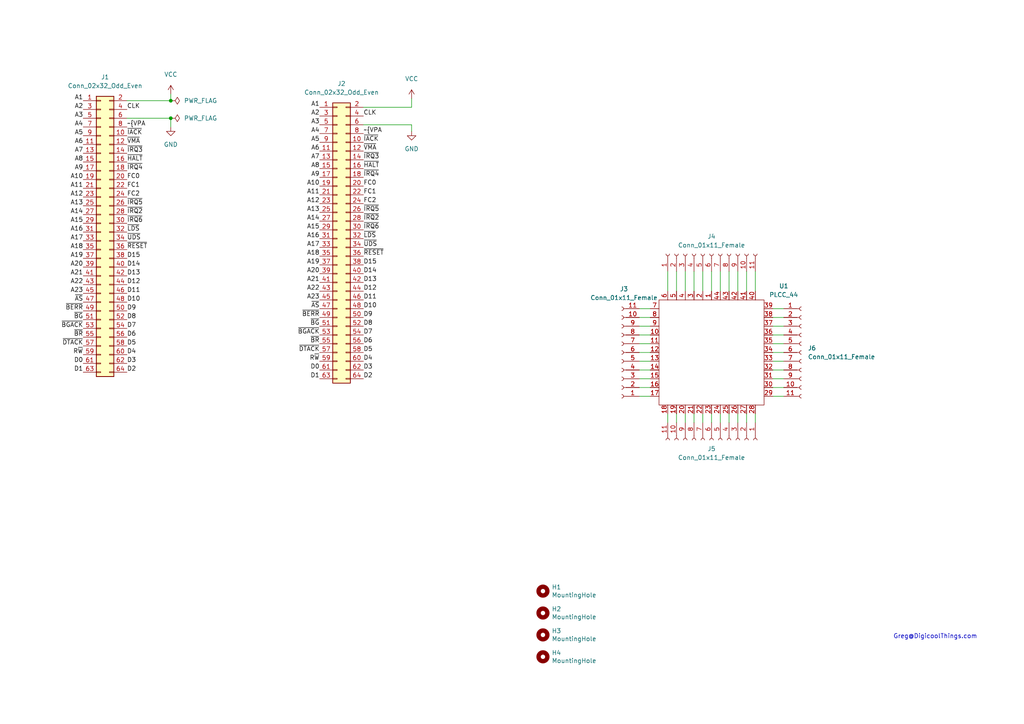
<source format=kicad_sch>
(kicad_sch (version 20211123) (generator eeschema)

  (uuid 1a2f72d1-0b36-4610-afc4-4ad1660d5d3b)

  (paper "A4")

  (title_block
    (title "Minimalist Europe Card Bus (MECB) Board Template")
    (date "2022-02")
    (rev "1.0")
    (company "DigicoolThings.com")
    (comment 1 "For Minimalist Europe Card Bus (MECB). ")
    (comment 2 "U1 PLD positioning provides for ZIF socket, otherwise change footprint to standard DIP 20.")
    (comment 3 "Includes a standardised 3 chip-select output PLD Address Decoder. ")
    (comment 4 "Schematic & standardised PCB outline Templates for creating MECB boards.")
  )

  (lib_symbols
    (symbol "Common:PLCC_44" (in_bom yes) (on_board yes)
      (property "Reference" "U" (id 0) (at -2.286 3.302 0)
        (effects (font (size 1.27 1.27)))
      )
      (property "Value" "PLCC_44" (id 1) (at -1.778 6.35 0)
        (effects (font (size 1.27 1.27)))
      )
      (property "Footprint" "" (id 2) (at 0 0 0)
        (effects (font (size 1.27 1.27)) hide)
      )
      (property "Datasheet" "" (id 3) (at 0 0 0)
        (effects (font (size 1.27 1.27)) hide)
      )
      (symbol "PLCC_44_0_1"
        (rectangle (start -15.24 17.78) (end 15.24 -12.7)
          (stroke (width 0) (type default) (color 0 0 0 0))
          (fill (type none))
        )
      )
      (symbol "PLCC_44_1_1"
        (pin input line (at 0 20.32 270) (length 2.54)
          (name "" (effects (font (size 1.27 1.27))))
          (number "1" (effects (font (size 1.27 1.27))))
        )
        (pin input line (at -17.78 7.62 0) (length 2.54)
          (name "" (effects (font (size 1.27 1.27))))
          (number "10" (effects (font (size 1.27 1.27))))
        )
        (pin input line (at -17.78 5.08 0) (length 2.54)
          (name "" (effects (font (size 1.27 1.27))))
          (number "11" (effects (font (size 1.27 1.27))))
        )
        (pin input line (at -17.78 2.54 0) (length 2.54)
          (name "" (effects (font (size 1.27 1.27))))
          (number "12" (effects (font (size 1.27 1.27))))
        )
        (pin input line (at -17.78 0 0) (length 2.54)
          (name "" (effects (font (size 1.27 1.27))))
          (number "13" (effects (font (size 1.27 1.27))))
        )
        (pin input line (at -17.78 -2.54 0) (length 2.54)
          (name "" (effects (font (size 1.27 1.27))))
          (number "14" (effects (font (size 1.27 1.27))))
        )
        (pin input line (at -17.78 -5.08 0) (length 2.54)
          (name "" (effects (font (size 1.27 1.27))))
          (number "15" (effects (font (size 1.27 1.27))))
        )
        (pin input line (at -17.78 -7.62 0) (length 2.54)
          (name "" (effects (font (size 1.27 1.27))))
          (number "16" (effects (font (size 1.27 1.27))))
        )
        (pin input line (at -17.78 -10.16 0) (length 2.54)
          (name "" (effects (font (size 1.27 1.27))))
          (number "17" (effects (font (size 1.27 1.27))))
        )
        (pin input line (at -12.7 -15.24 90) (length 2.54)
          (name "" (effects (font (size 1.27 1.27))))
          (number "18" (effects (font (size 1.27 1.27))))
        )
        (pin input line (at -10.16 -15.24 90) (length 2.54)
          (name "" (effects (font (size 1.27 1.27))))
          (number "19" (effects (font (size 1.27 1.27))))
        )
        (pin input line (at -2.54 20.32 270) (length 2.54)
          (name "" (effects (font (size 1.27 1.27))))
          (number "2" (effects (font (size 1.27 1.27))))
        )
        (pin input line (at -7.62 -15.24 90) (length 2.54)
          (name "" (effects (font (size 1.27 1.27))))
          (number "20" (effects (font (size 1.27 1.27))))
        )
        (pin input line (at -5.08 -15.24 90) (length 2.54)
          (name "" (effects (font (size 1.27 1.27))))
          (number "21" (effects (font (size 1.27 1.27))))
        )
        (pin input line (at -2.54 -15.24 90) (length 2.54)
          (name "" (effects (font (size 1.27 1.27))))
          (number "22" (effects (font (size 1.27 1.27))))
        )
        (pin input line (at 0 -15.24 90) (length 2.54)
          (name "" (effects (font (size 1.27 1.27))))
          (number "23" (effects (font (size 1.27 1.27))))
        )
        (pin input line (at 2.54 -15.24 90) (length 2.54)
          (name "" (effects (font (size 1.27 1.27))))
          (number "24" (effects (font (size 1.27 1.27))))
        )
        (pin input line (at 5.08 -15.24 90) (length 2.54)
          (name "" (effects (font (size 1.27 1.27))))
          (number "25" (effects (font (size 1.27 1.27))))
        )
        (pin input line (at 7.62 -15.24 90) (length 2.54)
          (name "" (effects (font (size 1.27 1.27))))
          (number "26" (effects (font (size 1.27 1.27))))
        )
        (pin input line (at 10.16 -15.24 90) (length 2.54)
          (name "" (effects (font (size 1.27 1.27))))
          (number "27" (effects (font (size 1.27 1.27))))
        )
        (pin input line (at 12.7 -15.24 90) (length 2.54)
          (name "" (effects (font (size 1.27 1.27))))
          (number "28" (effects (font (size 1.27 1.27))))
        )
        (pin input line (at 17.78 -10.16 180) (length 2.54)
          (name "" (effects (font (size 1.27 1.27))))
          (number "29" (effects (font (size 1.27 1.27))))
        )
        (pin input line (at -5.08 20.32 270) (length 2.54)
          (name "" (effects (font (size 1.27 1.27))))
          (number "3" (effects (font (size 1.27 1.27))))
        )
        (pin input line (at 17.78 -7.62 180) (length 2.54)
          (name "" (effects (font (size 1.27 1.27))))
          (number "30" (effects (font (size 1.27 1.27))))
        )
        (pin input line (at 17.78 -5.08 180) (length 2.54)
          (name "" (effects (font (size 1.27 1.27))))
          (number "31" (effects (font (size 1.27 1.27))))
        )
        (pin input line (at 17.78 -2.54 180) (length 2.54)
          (name "" (effects (font (size 1.27 1.27))))
          (number "32" (effects (font (size 1.27 1.27))))
        )
        (pin input line (at 17.78 0 180) (length 2.54)
          (name "" (effects (font (size 1.27 1.27))))
          (number "33" (effects (font (size 1.27 1.27))))
        )
        (pin input line (at 17.78 2.54 180) (length 2.54)
          (name "" (effects (font (size 1.27 1.27))))
          (number "34" (effects (font (size 1.27 1.27))))
        )
        (pin input line (at 17.78 5.08 180) (length 2.54)
          (name "" (effects (font (size 1.27 1.27))))
          (number "35" (effects (font (size 1.27 1.27))))
        )
        (pin input line (at 17.78 7.62 180) (length 2.54)
          (name "" (effects (font (size 1.27 1.27))))
          (number "36" (effects (font (size 1.27 1.27))))
        )
        (pin input line (at 17.78 10.16 180) (length 2.54)
          (name "" (effects (font (size 1.27 1.27))))
          (number "37" (effects (font (size 1.27 1.27))))
        )
        (pin input line (at 17.78 12.7 180) (length 2.54)
          (name "" (effects (font (size 1.27 1.27))))
          (number "38" (effects (font (size 1.27 1.27))))
        )
        (pin input line (at 17.78 15.24 180) (length 2.54)
          (name "" (effects (font (size 1.27 1.27))))
          (number "39" (effects (font (size 1.27 1.27))))
        )
        (pin input line (at -7.62 20.32 270) (length 2.54)
          (name "" (effects (font (size 1.27 1.27))))
          (number "4" (effects (font (size 1.27 1.27))))
        )
        (pin input line (at 12.7 20.32 270) (length 2.54)
          (name "" (effects (font (size 1.27 1.27))))
          (number "40" (effects (font (size 1.27 1.27))))
        )
        (pin input line (at 10.16 20.32 270) (length 2.54)
          (name "" (effects (font (size 1.27 1.27))))
          (number "41" (effects (font (size 1.27 1.27))))
        )
        (pin input line (at 7.62 20.32 270) (length 2.54)
          (name "" (effects (font (size 1.27 1.27))))
          (number "42" (effects (font (size 1.27 1.27))))
        )
        (pin input line (at 5.08 20.32 270) (length 2.54)
          (name "" (effects (font (size 1.27 1.27))))
          (number "43" (effects (font (size 1.27 1.27))))
        )
        (pin input line (at 2.54 20.32 270) (length 2.54)
          (name "" (effects (font (size 1.27 1.27))))
          (number "44" (effects (font (size 1.27 1.27))))
        )
        (pin input line (at -10.16 20.32 270) (length 2.54)
          (name "" (effects (font (size 1.27 1.27))))
          (number "5" (effects (font (size 1.27 1.27))))
        )
        (pin input line (at -12.7 20.32 270) (length 2.54)
          (name "" (effects (font (size 1.27 1.27))))
          (number "6" (effects (font (size 1.27 1.27))))
        )
        (pin input line (at -17.78 15.24 0) (length 2.54)
          (name "" (effects (font (size 1.27 1.27))))
          (number "7" (effects (font (size 1.27 1.27))))
        )
        (pin input line (at -17.78 12.7 0) (length 2.54)
          (name "" (effects (font (size 1.27 1.27))))
          (number "8" (effects (font (size 1.27 1.27))))
        )
        (pin input line (at -17.78 10.16 0) (length 2.54)
          (name "" (effects (font (size 1.27 1.27))))
          (number "9" (effects (font (size 1.27 1.27))))
        )
      )
    )
    (symbol "Connector:Conn_01x11_Female" (pin_names (offset 1.016) hide) (in_bom yes) (on_board yes)
      (property "Reference" "J" (id 0) (at 0 15.24 0)
        (effects (font (size 1.27 1.27)))
      )
      (property "Value" "Conn_01x11_Female" (id 1) (at 0 -15.24 0)
        (effects (font (size 1.27 1.27)))
      )
      (property "Footprint" "" (id 2) (at 0 0 0)
        (effects (font (size 1.27 1.27)) hide)
      )
      (property "Datasheet" "~" (id 3) (at 0 0 0)
        (effects (font (size 1.27 1.27)) hide)
      )
      (property "ki_keywords" "connector" (id 4) (at 0 0 0)
        (effects (font (size 1.27 1.27)) hide)
      )
      (property "ki_description" "Generic connector, single row, 01x11, script generated (kicad-library-utils/schlib/autogen/connector/)" (id 5) (at 0 0 0)
        (effects (font (size 1.27 1.27)) hide)
      )
      (property "ki_fp_filters" "Connector*:*_1x??_*" (id 6) (at 0 0 0)
        (effects (font (size 1.27 1.27)) hide)
      )
      (symbol "Conn_01x11_Female_1_1"
        (arc (start 0 -12.192) (mid -0.508 -12.7) (end 0 -13.208)
          (stroke (width 0.1524) (type default) (color 0 0 0 0))
          (fill (type none))
        )
        (arc (start 0 -9.652) (mid -0.508 -10.16) (end 0 -10.668)
          (stroke (width 0.1524) (type default) (color 0 0 0 0))
          (fill (type none))
        )
        (arc (start 0 -7.112) (mid -0.508 -7.62) (end 0 -8.128)
          (stroke (width 0.1524) (type default) (color 0 0 0 0))
          (fill (type none))
        )
        (arc (start 0 -4.572) (mid -0.508 -5.08) (end 0 -5.588)
          (stroke (width 0.1524) (type default) (color 0 0 0 0))
          (fill (type none))
        )
        (arc (start 0 -2.032) (mid -0.508 -2.54) (end 0 -3.048)
          (stroke (width 0.1524) (type default) (color 0 0 0 0))
          (fill (type none))
        )
        (polyline
          (pts
            (xy -1.27 -12.7)
            (xy -0.508 -12.7)
          )
          (stroke (width 0.1524) (type default) (color 0 0 0 0))
          (fill (type none))
        )
        (polyline
          (pts
            (xy -1.27 -10.16)
            (xy -0.508 -10.16)
          )
          (stroke (width 0.1524) (type default) (color 0 0 0 0))
          (fill (type none))
        )
        (polyline
          (pts
            (xy -1.27 -7.62)
            (xy -0.508 -7.62)
          )
          (stroke (width 0.1524) (type default) (color 0 0 0 0))
          (fill (type none))
        )
        (polyline
          (pts
            (xy -1.27 -5.08)
            (xy -0.508 -5.08)
          )
          (stroke (width 0.1524) (type default) (color 0 0 0 0))
          (fill (type none))
        )
        (polyline
          (pts
            (xy -1.27 -2.54)
            (xy -0.508 -2.54)
          )
          (stroke (width 0.1524) (type default) (color 0 0 0 0))
          (fill (type none))
        )
        (polyline
          (pts
            (xy -1.27 0)
            (xy -0.508 0)
          )
          (stroke (width 0.1524) (type default) (color 0 0 0 0))
          (fill (type none))
        )
        (polyline
          (pts
            (xy -1.27 2.54)
            (xy -0.508 2.54)
          )
          (stroke (width 0.1524) (type default) (color 0 0 0 0))
          (fill (type none))
        )
        (polyline
          (pts
            (xy -1.27 5.08)
            (xy -0.508 5.08)
          )
          (stroke (width 0.1524) (type default) (color 0 0 0 0))
          (fill (type none))
        )
        (polyline
          (pts
            (xy -1.27 7.62)
            (xy -0.508 7.62)
          )
          (stroke (width 0.1524) (type default) (color 0 0 0 0))
          (fill (type none))
        )
        (polyline
          (pts
            (xy -1.27 10.16)
            (xy -0.508 10.16)
          )
          (stroke (width 0.1524) (type default) (color 0 0 0 0))
          (fill (type none))
        )
        (polyline
          (pts
            (xy -1.27 12.7)
            (xy -0.508 12.7)
          )
          (stroke (width 0.1524) (type default) (color 0 0 0 0))
          (fill (type none))
        )
        (arc (start 0 0.508) (mid -0.508 0) (end 0 -0.508)
          (stroke (width 0.1524) (type default) (color 0 0 0 0))
          (fill (type none))
        )
        (arc (start 0 3.048) (mid -0.508 2.54) (end 0 2.032)
          (stroke (width 0.1524) (type default) (color 0 0 0 0))
          (fill (type none))
        )
        (arc (start 0 5.588) (mid -0.508 5.08) (end 0 4.572)
          (stroke (width 0.1524) (type default) (color 0 0 0 0))
          (fill (type none))
        )
        (arc (start 0 8.128) (mid -0.508 7.62) (end 0 7.112)
          (stroke (width 0.1524) (type default) (color 0 0 0 0))
          (fill (type none))
        )
        (arc (start 0 10.668) (mid -0.508 10.16) (end 0 9.652)
          (stroke (width 0.1524) (type default) (color 0 0 0 0))
          (fill (type none))
        )
        (arc (start 0 13.208) (mid -0.508 12.7) (end 0 12.192)
          (stroke (width 0.1524) (type default) (color 0 0 0 0))
          (fill (type none))
        )
        (pin passive line (at -5.08 12.7 0) (length 3.81)
          (name "Pin_1" (effects (font (size 1.27 1.27))))
          (number "1" (effects (font (size 1.27 1.27))))
        )
        (pin passive line (at -5.08 -10.16 0) (length 3.81)
          (name "Pin_10" (effects (font (size 1.27 1.27))))
          (number "10" (effects (font (size 1.27 1.27))))
        )
        (pin passive line (at -5.08 -12.7 0) (length 3.81)
          (name "Pin_11" (effects (font (size 1.27 1.27))))
          (number "11" (effects (font (size 1.27 1.27))))
        )
        (pin passive line (at -5.08 10.16 0) (length 3.81)
          (name "Pin_2" (effects (font (size 1.27 1.27))))
          (number "2" (effects (font (size 1.27 1.27))))
        )
        (pin passive line (at -5.08 7.62 0) (length 3.81)
          (name "Pin_3" (effects (font (size 1.27 1.27))))
          (number "3" (effects (font (size 1.27 1.27))))
        )
        (pin passive line (at -5.08 5.08 0) (length 3.81)
          (name "Pin_4" (effects (font (size 1.27 1.27))))
          (number "4" (effects (font (size 1.27 1.27))))
        )
        (pin passive line (at -5.08 2.54 0) (length 3.81)
          (name "Pin_5" (effects (font (size 1.27 1.27))))
          (number "5" (effects (font (size 1.27 1.27))))
        )
        (pin passive line (at -5.08 0 0) (length 3.81)
          (name "Pin_6" (effects (font (size 1.27 1.27))))
          (number "6" (effects (font (size 1.27 1.27))))
        )
        (pin passive line (at -5.08 -2.54 0) (length 3.81)
          (name "Pin_7" (effects (font (size 1.27 1.27))))
          (number "7" (effects (font (size 1.27 1.27))))
        )
        (pin passive line (at -5.08 -5.08 0) (length 3.81)
          (name "Pin_8" (effects (font (size 1.27 1.27))))
          (number "8" (effects (font (size 1.27 1.27))))
        )
        (pin passive line (at -5.08 -7.62 0) (length 3.81)
          (name "Pin_9" (effects (font (size 1.27 1.27))))
          (number "9" (effects (font (size 1.27 1.27))))
        )
      )
    )
    (symbol "Connector_Generic:Conn_02x32_Odd_Even" (pin_names (offset 1.016) hide) (in_bom yes) (on_board yes)
      (property "Reference" "J" (id 0) (at 1.27 40.64 0)
        (effects (font (size 1.27 1.27)))
      )
      (property "Value" "Conn_02x32_Odd_Even" (id 1) (at 1.27 -43.18 0)
        (effects (font (size 1.27 1.27)))
      )
      (property "Footprint" "" (id 2) (at 0 0 0)
        (effects (font (size 1.27 1.27)) hide)
      )
      (property "Datasheet" "~" (id 3) (at 0 0 0)
        (effects (font (size 1.27 1.27)) hide)
      )
      (property "ki_keywords" "connector" (id 4) (at 0 0 0)
        (effects (font (size 1.27 1.27)) hide)
      )
      (property "ki_description" "Generic connector, double row, 02x32, odd/even pin numbering scheme (row 1 odd numbers, row 2 even numbers), script generated (kicad-library-utils/schlib/autogen/connector/)" (id 5) (at 0 0 0)
        (effects (font (size 1.27 1.27)) hide)
      )
      (property "ki_fp_filters" "Connector*:*_2x??_*" (id 6) (at 0 0 0)
        (effects (font (size 1.27 1.27)) hide)
      )
      (symbol "Conn_02x32_Odd_Even_1_1"
        (rectangle (start -1.27 -40.513) (end 0 -40.767)
          (stroke (width 0.1524) (type default) (color 0 0 0 0))
          (fill (type none))
        )
        (rectangle (start -1.27 -37.973) (end 0 -38.227)
          (stroke (width 0.1524) (type default) (color 0 0 0 0))
          (fill (type none))
        )
        (rectangle (start -1.27 -35.433) (end 0 -35.687)
          (stroke (width 0.1524) (type default) (color 0 0 0 0))
          (fill (type none))
        )
        (rectangle (start -1.27 -32.893) (end 0 -33.147)
          (stroke (width 0.1524) (type default) (color 0 0 0 0))
          (fill (type none))
        )
        (rectangle (start -1.27 -30.353) (end 0 -30.607)
          (stroke (width 0.1524) (type default) (color 0 0 0 0))
          (fill (type none))
        )
        (rectangle (start -1.27 -27.813) (end 0 -28.067)
          (stroke (width 0.1524) (type default) (color 0 0 0 0))
          (fill (type none))
        )
        (rectangle (start -1.27 -25.273) (end 0 -25.527)
          (stroke (width 0.1524) (type default) (color 0 0 0 0))
          (fill (type none))
        )
        (rectangle (start -1.27 -22.733) (end 0 -22.987)
          (stroke (width 0.1524) (type default) (color 0 0 0 0))
          (fill (type none))
        )
        (rectangle (start -1.27 -20.193) (end 0 -20.447)
          (stroke (width 0.1524) (type default) (color 0 0 0 0))
          (fill (type none))
        )
        (rectangle (start -1.27 -17.653) (end 0 -17.907)
          (stroke (width 0.1524) (type default) (color 0 0 0 0))
          (fill (type none))
        )
        (rectangle (start -1.27 -15.113) (end 0 -15.367)
          (stroke (width 0.1524) (type default) (color 0 0 0 0))
          (fill (type none))
        )
        (rectangle (start -1.27 -12.573) (end 0 -12.827)
          (stroke (width 0.1524) (type default) (color 0 0 0 0))
          (fill (type none))
        )
        (rectangle (start -1.27 -10.033) (end 0 -10.287)
          (stroke (width 0.1524) (type default) (color 0 0 0 0))
          (fill (type none))
        )
        (rectangle (start -1.27 -7.493) (end 0 -7.747)
          (stroke (width 0.1524) (type default) (color 0 0 0 0))
          (fill (type none))
        )
        (rectangle (start -1.27 -4.953) (end 0 -5.207)
          (stroke (width 0.1524) (type default) (color 0 0 0 0))
          (fill (type none))
        )
        (rectangle (start -1.27 -2.413) (end 0 -2.667)
          (stroke (width 0.1524) (type default) (color 0 0 0 0))
          (fill (type none))
        )
        (rectangle (start -1.27 0.127) (end 0 -0.127)
          (stroke (width 0.1524) (type default) (color 0 0 0 0))
          (fill (type none))
        )
        (rectangle (start -1.27 2.667) (end 0 2.413)
          (stroke (width 0.1524) (type default) (color 0 0 0 0))
          (fill (type none))
        )
        (rectangle (start -1.27 5.207) (end 0 4.953)
          (stroke (width 0.1524) (type default) (color 0 0 0 0))
          (fill (type none))
        )
        (rectangle (start -1.27 7.747) (end 0 7.493)
          (stroke (width 0.1524) (type default) (color 0 0 0 0))
          (fill (type none))
        )
        (rectangle (start -1.27 10.287) (end 0 10.033)
          (stroke (width 0.1524) (type default) (color 0 0 0 0))
          (fill (type none))
        )
        (rectangle (start -1.27 12.827) (end 0 12.573)
          (stroke (width 0.1524) (type default) (color 0 0 0 0))
          (fill (type none))
        )
        (rectangle (start -1.27 15.367) (end 0 15.113)
          (stroke (width 0.1524) (type default) (color 0 0 0 0))
          (fill (type none))
        )
        (rectangle (start -1.27 17.907) (end 0 17.653)
          (stroke (width 0.1524) (type default) (color 0 0 0 0))
          (fill (type none))
        )
        (rectangle (start -1.27 20.447) (end 0 20.193)
          (stroke (width 0.1524) (type default) (color 0 0 0 0))
          (fill (type none))
        )
        (rectangle (start -1.27 22.987) (end 0 22.733)
          (stroke (width 0.1524) (type default) (color 0 0 0 0))
          (fill (type none))
        )
        (rectangle (start -1.27 25.527) (end 0 25.273)
          (stroke (width 0.1524) (type default) (color 0 0 0 0))
          (fill (type none))
        )
        (rectangle (start -1.27 28.067) (end 0 27.813)
          (stroke (width 0.1524) (type default) (color 0 0 0 0))
          (fill (type none))
        )
        (rectangle (start -1.27 30.607) (end 0 30.353)
          (stroke (width 0.1524) (type default) (color 0 0 0 0))
          (fill (type none))
        )
        (rectangle (start -1.27 33.147) (end 0 32.893)
          (stroke (width 0.1524) (type default) (color 0 0 0 0))
          (fill (type none))
        )
        (rectangle (start -1.27 35.687) (end 0 35.433)
          (stroke (width 0.1524) (type default) (color 0 0 0 0))
          (fill (type none))
        )
        (rectangle (start -1.27 38.227) (end 0 37.973)
          (stroke (width 0.1524) (type default) (color 0 0 0 0))
          (fill (type none))
        )
        (rectangle (start -1.27 39.37) (end 3.81 -41.91)
          (stroke (width 0.254) (type default) (color 0 0 0 0))
          (fill (type background))
        )
        (rectangle (start 3.81 -40.513) (end 2.54 -40.767)
          (stroke (width 0.1524) (type default) (color 0 0 0 0))
          (fill (type none))
        )
        (rectangle (start 3.81 -37.973) (end 2.54 -38.227)
          (stroke (width 0.1524) (type default) (color 0 0 0 0))
          (fill (type none))
        )
        (rectangle (start 3.81 -35.433) (end 2.54 -35.687)
          (stroke (width 0.1524) (type default) (color 0 0 0 0))
          (fill (type none))
        )
        (rectangle (start 3.81 -32.893) (end 2.54 -33.147)
          (stroke (width 0.1524) (type default) (color 0 0 0 0))
          (fill (type none))
        )
        (rectangle (start 3.81 -30.353) (end 2.54 -30.607)
          (stroke (width 0.1524) (type default) (color 0 0 0 0))
          (fill (type none))
        )
        (rectangle (start 3.81 -27.813) (end 2.54 -28.067)
          (stroke (width 0.1524) (type default) (color 0 0 0 0))
          (fill (type none))
        )
        (rectangle (start 3.81 -25.273) (end 2.54 -25.527)
          (stroke (width 0.1524) (type default) (color 0 0 0 0))
          (fill (type none))
        )
        (rectangle (start 3.81 -22.733) (end 2.54 -22.987)
          (stroke (width 0.1524) (type default) (color 0 0 0 0))
          (fill (type none))
        )
        (rectangle (start 3.81 -20.193) (end 2.54 -20.447)
          (stroke (width 0.1524) (type default) (color 0 0 0 0))
          (fill (type none))
        )
        (rectangle (start 3.81 -17.653) (end 2.54 -17.907)
          (stroke (width 0.1524) (type default) (color 0 0 0 0))
          (fill (type none))
        )
        (rectangle (start 3.81 -15.113) (end 2.54 -15.367)
          (stroke (width 0.1524) (type default) (color 0 0 0 0))
          (fill (type none))
        )
        (rectangle (start 3.81 -12.573) (end 2.54 -12.827)
          (stroke (width 0.1524) (type default) (color 0 0 0 0))
          (fill (type none))
        )
        (rectangle (start 3.81 -10.033) (end 2.54 -10.287)
          (stroke (width 0.1524) (type default) (color 0 0 0 0))
          (fill (type none))
        )
        (rectangle (start 3.81 -7.493) (end 2.54 -7.747)
          (stroke (width 0.1524) (type default) (color 0 0 0 0))
          (fill (type none))
        )
        (rectangle (start 3.81 -4.953) (end 2.54 -5.207)
          (stroke (width 0.1524) (type default) (color 0 0 0 0))
          (fill (type none))
        )
        (rectangle (start 3.81 -2.413) (end 2.54 -2.667)
          (stroke (width 0.1524) (type default) (color 0 0 0 0))
          (fill (type none))
        )
        (rectangle (start 3.81 0.127) (end 2.54 -0.127)
          (stroke (width 0.1524) (type default) (color 0 0 0 0))
          (fill (type none))
        )
        (rectangle (start 3.81 2.667) (end 2.54 2.413)
          (stroke (width 0.1524) (type default) (color 0 0 0 0))
          (fill (type none))
        )
        (rectangle (start 3.81 5.207) (end 2.54 4.953)
          (stroke (width 0.1524) (type default) (color 0 0 0 0))
          (fill (type none))
        )
        (rectangle (start 3.81 7.747) (end 2.54 7.493)
          (stroke (width 0.1524) (type default) (color 0 0 0 0))
          (fill (type none))
        )
        (rectangle (start 3.81 10.287) (end 2.54 10.033)
          (stroke (width 0.1524) (type default) (color 0 0 0 0))
          (fill (type none))
        )
        (rectangle (start 3.81 12.827) (end 2.54 12.573)
          (stroke (width 0.1524) (type default) (color 0 0 0 0))
          (fill (type none))
        )
        (rectangle (start 3.81 15.367) (end 2.54 15.113)
          (stroke (width 0.1524) (type default) (color 0 0 0 0))
          (fill (type none))
        )
        (rectangle (start 3.81 17.907) (end 2.54 17.653)
          (stroke (width 0.1524) (type default) (color 0 0 0 0))
          (fill (type none))
        )
        (rectangle (start 3.81 20.447) (end 2.54 20.193)
          (stroke (width 0.1524) (type default) (color 0 0 0 0))
          (fill (type none))
        )
        (rectangle (start 3.81 22.987) (end 2.54 22.733)
          (stroke (width 0.1524) (type default) (color 0 0 0 0))
          (fill (type none))
        )
        (rectangle (start 3.81 25.527) (end 2.54 25.273)
          (stroke (width 0.1524) (type default) (color 0 0 0 0))
          (fill (type none))
        )
        (rectangle (start 3.81 28.067) (end 2.54 27.813)
          (stroke (width 0.1524) (type default) (color 0 0 0 0))
          (fill (type none))
        )
        (rectangle (start 3.81 30.607) (end 2.54 30.353)
          (stroke (width 0.1524) (type default) (color 0 0 0 0))
          (fill (type none))
        )
        (rectangle (start 3.81 33.147) (end 2.54 32.893)
          (stroke (width 0.1524) (type default) (color 0 0 0 0))
          (fill (type none))
        )
        (rectangle (start 3.81 35.687) (end 2.54 35.433)
          (stroke (width 0.1524) (type default) (color 0 0 0 0))
          (fill (type none))
        )
        (rectangle (start 3.81 38.227) (end 2.54 37.973)
          (stroke (width 0.1524) (type default) (color 0 0 0 0))
          (fill (type none))
        )
        (pin passive line (at -5.08 38.1 0) (length 3.81)
          (name "Pin_1" (effects (font (size 1.27 1.27))))
          (number "1" (effects (font (size 1.27 1.27))))
        )
        (pin passive line (at 7.62 27.94 180) (length 3.81)
          (name "Pin_10" (effects (font (size 1.27 1.27))))
          (number "10" (effects (font (size 1.27 1.27))))
        )
        (pin passive line (at -5.08 25.4 0) (length 3.81)
          (name "Pin_11" (effects (font (size 1.27 1.27))))
          (number "11" (effects (font (size 1.27 1.27))))
        )
        (pin passive line (at 7.62 25.4 180) (length 3.81)
          (name "Pin_12" (effects (font (size 1.27 1.27))))
          (number "12" (effects (font (size 1.27 1.27))))
        )
        (pin passive line (at -5.08 22.86 0) (length 3.81)
          (name "Pin_13" (effects (font (size 1.27 1.27))))
          (number "13" (effects (font (size 1.27 1.27))))
        )
        (pin passive line (at 7.62 22.86 180) (length 3.81)
          (name "Pin_14" (effects (font (size 1.27 1.27))))
          (number "14" (effects (font (size 1.27 1.27))))
        )
        (pin passive line (at -5.08 20.32 0) (length 3.81)
          (name "Pin_15" (effects (font (size 1.27 1.27))))
          (number "15" (effects (font (size 1.27 1.27))))
        )
        (pin passive line (at 7.62 20.32 180) (length 3.81)
          (name "Pin_16" (effects (font (size 1.27 1.27))))
          (number "16" (effects (font (size 1.27 1.27))))
        )
        (pin passive line (at -5.08 17.78 0) (length 3.81)
          (name "Pin_17" (effects (font (size 1.27 1.27))))
          (number "17" (effects (font (size 1.27 1.27))))
        )
        (pin passive line (at 7.62 17.78 180) (length 3.81)
          (name "Pin_18" (effects (font (size 1.27 1.27))))
          (number "18" (effects (font (size 1.27 1.27))))
        )
        (pin passive line (at -5.08 15.24 0) (length 3.81)
          (name "Pin_19" (effects (font (size 1.27 1.27))))
          (number "19" (effects (font (size 1.27 1.27))))
        )
        (pin passive line (at 7.62 38.1 180) (length 3.81)
          (name "Pin_2" (effects (font (size 1.27 1.27))))
          (number "2" (effects (font (size 1.27 1.27))))
        )
        (pin passive line (at 7.62 15.24 180) (length 3.81)
          (name "Pin_20" (effects (font (size 1.27 1.27))))
          (number "20" (effects (font (size 1.27 1.27))))
        )
        (pin passive line (at -5.08 12.7 0) (length 3.81)
          (name "Pin_21" (effects (font (size 1.27 1.27))))
          (number "21" (effects (font (size 1.27 1.27))))
        )
        (pin passive line (at 7.62 12.7 180) (length 3.81)
          (name "Pin_22" (effects (font (size 1.27 1.27))))
          (number "22" (effects (font (size 1.27 1.27))))
        )
        (pin passive line (at -5.08 10.16 0) (length 3.81)
          (name "Pin_23" (effects (font (size 1.27 1.27))))
          (number "23" (effects (font (size 1.27 1.27))))
        )
        (pin passive line (at 7.62 10.16 180) (length 3.81)
          (name "Pin_24" (effects (font (size 1.27 1.27))))
          (number "24" (effects (font (size 1.27 1.27))))
        )
        (pin passive line (at -5.08 7.62 0) (length 3.81)
          (name "Pin_25" (effects (font (size 1.27 1.27))))
          (number "25" (effects (font (size 1.27 1.27))))
        )
        (pin passive line (at 7.62 7.62 180) (length 3.81)
          (name "Pin_26" (effects (font (size 1.27 1.27))))
          (number "26" (effects (font (size 1.27 1.27))))
        )
        (pin passive line (at -5.08 5.08 0) (length 3.81)
          (name "Pin_27" (effects (font (size 1.27 1.27))))
          (number "27" (effects (font (size 1.27 1.27))))
        )
        (pin passive line (at 7.62 5.08 180) (length 3.81)
          (name "Pin_28" (effects (font (size 1.27 1.27))))
          (number "28" (effects (font (size 1.27 1.27))))
        )
        (pin passive line (at -5.08 2.54 0) (length 3.81)
          (name "Pin_29" (effects (font (size 1.27 1.27))))
          (number "29" (effects (font (size 1.27 1.27))))
        )
        (pin passive line (at -5.08 35.56 0) (length 3.81)
          (name "Pin_3" (effects (font (size 1.27 1.27))))
          (number "3" (effects (font (size 1.27 1.27))))
        )
        (pin passive line (at 7.62 2.54 180) (length 3.81)
          (name "Pin_30" (effects (font (size 1.27 1.27))))
          (number "30" (effects (font (size 1.27 1.27))))
        )
        (pin passive line (at -5.08 0 0) (length 3.81)
          (name "Pin_31" (effects (font (size 1.27 1.27))))
          (number "31" (effects (font (size 1.27 1.27))))
        )
        (pin passive line (at 7.62 0 180) (length 3.81)
          (name "Pin_32" (effects (font (size 1.27 1.27))))
          (number "32" (effects (font (size 1.27 1.27))))
        )
        (pin passive line (at -5.08 -2.54 0) (length 3.81)
          (name "Pin_33" (effects (font (size 1.27 1.27))))
          (number "33" (effects (font (size 1.27 1.27))))
        )
        (pin passive line (at 7.62 -2.54 180) (length 3.81)
          (name "Pin_34" (effects (font (size 1.27 1.27))))
          (number "34" (effects (font (size 1.27 1.27))))
        )
        (pin passive line (at -5.08 -5.08 0) (length 3.81)
          (name "Pin_35" (effects (font (size 1.27 1.27))))
          (number "35" (effects (font (size 1.27 1.27))))
        )
        (pin passive line (at 7.62 -5.08 180) (length 3.81)
          (name "Pin_36" (effects (font (size 1.27 1.27))))
          (number "36" (effects (font (size 1.27 1.27))))
        )
        (pin passive line (at -5.08 -7.62 0) (length 3.81)
          (name "Pin_37" (effects (font (size 1.27 1.27))))
          (number "37" (effects (font (size 1.27 1.27))))
        )
        (pin passive line (at 7.62 -7.62 180) (length 3.81)
          (name "Pin_38" (effects (font (size 1.27 1.27))))
          (number "38" (effects (font (size 1.27 1.27))))
        )
        (pin passive line (at -5.08 -10.16 0) (length 3.81)
          (name "Pin_39" (effects (font (size 1.27 1.27))))
          (number "39" (effects (font (size 1.27 1.27))))
        )
        (pin passive line (at 7.62 35.56 180) (length 3.81)
          (name "Pin_4" (effects (font (size 1.27 1.27))))
          (number "4" (effects (font (size 1.27 1.27))))
        )
        (pin passive line (at 7.62 -10.16 180) (length 3.81)
          (name "Pin_40" (effects (font (size 1.27 1.27))))
          (number "40" (effects (font (size 1.27 1.27))))
        )
        (pin passive line (at -5.08 -12.7 0) (length 3.81)
          (name "Pin_41" (effects (font (size 1.27 1.27))))
          (number "41" (effects (font (size 1.27 1.27))))
        )
        (pin passive line (at 7.62 -12.7 180) (length 3.81)
          (name "Pin_42" (effects (font (size 1.27 1.27))))
          (number "42" (effects (font (size 1.27 1.27))))
        )
        (pin passive line (at -5.08 -15.24 0) (length 3.81)
          (name "Pin_43" (effects (font (size 1.27 1.27))))
          (number "43" (effects (font (size 1.27 1.27))))
        )
        (pin passive line (at 7.62 -15.24 180) (length 3.81)
          (name "Pin_44" (effects (font (size 1.27 1.27))))
          (number "44" (effects (font (size 1.27 1.27))))
        )
        (pin passive line (at -5.08 -17.78 0) (length 3.81)
          (name "Pin_45" (effects (font (size 1.27 1.27))))
          (number "45" (effects (font (size 1.27 1.27))))
        )
        (pin passive line (at 7.62 -17.78 180) (length 3.81)
          (name "Pin_46" (effects (font (size 1.27 1.27))))
          (number "46" (effects (font (size 1.27 1.27))))
        )
        (pin passive line (at -5.08 -20.32 0) (length 3.81)
          (name "Pin_47" (effects (font (size 1.27 1.27))))
          (number "47" (effects (font (size 1.27 1.27))))
        )
        (pin passive line (at 7.62 -20.32 180) (length 3.81)
          (name "Pin_48" (effects (font (size 1.27 1.27))))
          (number "48" (effects (font (size 1.27 1.27))))
        )
        (pin passive line (at -5.08 -22.86 0) (length 3.81)
          (name "Pin_49" (effects (font (size 1.27 1.27))))
          (number "49" (effects (font (size 1.27 1.27))))
        )
        (pin passive line (at -5.08 33.02 0) (length 3.81)
          (name "Pin_5" (effects (font (size 1.27 1.27))))
          (number "5" (effects (font (size 1.27 1.27))))
        )
        (pin passive line (at 7.62 -22.86 180) (length 3.81)
          (name "Pin_50" (effects (font (size 1.27 1.27))))
          (number "50" (effects (font (size 1.27 1.27))))
        )
        (pin passive line (at -5.08 -25.4 0) (length 3.81)
          (name "Pin_51" (effects (font (size 1.27 1.27))))
          (number "51" (effects (font (size 1.27 1.27))))
        )
        (pin passive line (at 7.62 -25.4 180) (length 3.81)
          (name "Pin_52" (effects (font (size 1.27 1.27))))
          (number "52" (effects (font (size 1.27 1.27))))
        )
        (pin passive line (at -5.08 -27.94 0) (length 3.81)
          (name "Pin_53" (effects (font (size 1.27 1.27))))
          (number "53" (effects (font (size 1.27 1.27))))
        )
        (pin passive line (at 7.62 -27.94 180) (length 3.81)
          (name "Pin_54" (effects (font (size 1.27 1.27))))
          (number "54" (effects (font (size 1.27 1.27))))
        )
        (pin passive line (at -5.08 -30.48 0) (length 3.81)
          (name "Pin_55" (effects (font (size 1.27 1.27))))
          (number "55" (effects (font (size 1.27 1.27))))
        )
        (pin passive line (at 7.62 -30.48 180) (length 3.81)
          (name "Pin_56" (effects (font (size 1.27 1.27))))
          (number "56" (effects (font (size 1.27 1.27))))
        )
        (pin passive line (at -5.08 -33.02 0) (length 3.81)
          (name "Pin_57" (effects (font (size 1.27 1.27))))
          (number "57" (effects (font (size 1.27 1.27))))
        )
        (pin passive line (at 7.62 -33.02 180) (length 3.81)
          (name "Pin_58" (effects (font (size 1.27 1.27))))
          (number "58" (effects (font (size 1.27 1.27))))
        )
        (pin passive line (at -5.08 -35.56 0) (length 3.81)
          (name "Pin_59" (effects (font (size 1.27 1.27))))
          (number "59" (effects (font (size 1.27 1.27))))
        )
        (pin passive line (at 7.62 33.02 180) (length 3.81)
          (name "Pin_6" (effects (font (size 1.27 1.27))))
          (number "6" (effects (font (size 1.27 1.27))))
        )
        (pin passive line (at 7.62 -35.56 180) (length 3.81)
          (name "Pin_60" (effects (font (size 1.27 1.27))))
          (number "60" (effects (font (size 1.27 1.27))))
        )
        (pin passive line (at -5.08 -38.1 0) (length 3.81)
          (name "Pin_61" (effects (font (size 1.27 1.27))))
          (number "61" (effects (font (size 1.27 1.27))))
        )
        (pin passive line (at 7.62 -38.1 180) (length 3.81)
          (name "Pin_62" (effects (font (size 1.27 1.27))))
          (number "62" (effects (font (size 1.27 1.27))))
        )
        (pin passive line (at -5.08 -40.64 0) (length 3.81)
          (name "Pin_63" (effects (font (size 1.27 1.27))))
          (number "63" (effects (font (size 1.27 1.27))))
        )
        (pin passive line (at 7.62 -40.64 180) (length 3.81)
          (name "Pin_64" (effects (font (size 1.27 1.27))))
          (number "64" (effects (font (size 1.27 1.27))))
        )
        (pin passive line (at -5.08 30.48 0) (length 3.81)
          (name "Pin_7" (effects (font (size 1.27 1.27))))
          (number "7" (effects (font (size 1.27 1.27))))
        )
        (pin passive line (at 7.62 30.48 180) (length 3.81)
          (name "Pin_8" (effects (font (size 1.27 1.27))))
          (number "8" (effects (font (size 1.27 1.27))))
        )
        (pin passive line (at -5.08 27.94 0) (length 3.81)
          (name "Pin_9" (effects (font (size 1.27 1.27))))
          (number "9" (effects (font (size 1.27 1.27))))
        )
      )
    )
    (symbol "Mechanical:MountingHole" (pin_names (offset 1.016)) (in_bom yes) (on_board yes)
      (property "Reference" "H" (id 0) (at 0 5.08 0)
        (effects (font (size 1.27 1.27)))
      )
      (property "Value" "MountingHole" (id 1) (at 0 3.175 0)
        (effects (font (size 1.27 1.27)))
      )
      (property "Footprint" "" (id 2) (at 0 0 0)
        (effects (font (size 1.27 1.27)) hide)
      )
      (property "Datasheet" "~" (id 3) (at 0 0 0)
        (effects (font (size 1.27 1.27)) hide)
      )
      (property "ki_keywords" "mounting hole" (id 4) (at 0 0 0)
        (effects (font (size 1.27 1.27)) hide)
      )
      (property "ki_description" "Mounting Hole without connection" (id 5) (at 0 0 0)
        (effects (font (size 1.27 1.27)) hide)
      )
      (property "ki_fp_filters" "MountingHole*" (id 6) (at 0 0 0)
        (effects (font (size 1.27 1.27)) hide)
      )
      (symbol "MountingHole_0_1"
        (circle (center 0 0) (radius 1.27)
          (stroke (width 1.27) (type default) (color 0 0 0 0))
          (fill (type none))
        )
      )
    )
    (symbol "power:GND" (power) (pin_names (offset 0)) (in_bom yes) (on_board yes)
      (property "Reference" "#PWR" (id 0) (at 0 -6.35 0)
        (effects (font (size 1.27 1.27)) hide)
      )
      (property "Value" "GND" (id 1) (at 0 -3.81 0)
        (effects (font (size 1.27 1.27)))
      )
      (property "Footprint" "" (id 2) (at 0 0 0)
        (effects (font (size 1.27 1.27)) hide)
      )
      (property "Datasheet" "" (id 3) (at 0 0 0)
        (effects (font (size 1.27 1.27)) hide)
      )
      (property "ki_keywords" "power-flag" (id 4) (at 0 0 0)
        (effects (font (size 1.27 1.27)) hide)
      )
      (property "ki_description" "Power symbol creates a global label with name \"GND\" , ground" (id 5) (at 0 0 0)
        (effects (font (size 1.27 1.27)) hide)
      )
      (symbol "GND_0_1"
        (polyline
          (pts
            (xy 0 0)
            (xy 0 -1.27)
            (xy 1.27 -1.27)
            (xy 0 -2.54)
            (xy -1.27 -1.27)
            (xy 0 -1.27)
          )
          (stroke (width 0) (type default) (color 0 0 0 0))
          (fill (type none))
        )
      )
      (symbol "GND_1_1"
        (pin power_in line (at 0 0 270) (length 0) hide
          (name "GND" (effects (font (size 1.27 1.27))))
          (number "1" (effects (font (size 1.27 1.27))))
        )
      )
    )
    (symbol "power:PWR_FLAG" (power) (pin_numbers hide) (pin_names (offset 0) hide) (in_bom yes) (on_board yes)
      (property "Reference" "#FLG" (id 0) (at 0 1.905 0)
        (effects (font (size 1.27 1.27)) hide)
      )
      (property "Value" "PWR_FLAG" (id 1) (at 0 3.81 0)
        (effects (font (size 1.27 1.27)))
      )
      (property "Footprint" "" (id 2) (at 0 0 0)
        (effects (font (size 1.27 1.27)) hide)
      )
      (property "Datasheet" "~" (id 3) (at 0 0 0)
        (effects (font (size 1.27 1.27)) hide)
      )
      (property "ki_keywords" "power-flag" (id 4) (at 0 0 0)
        (effects (font (size 1.27 1.27)) hide)
      )
      (property "ki_description" "Special symbol for telling ERC where power comes from" (id 5) (at 0 0 0)
        (effects (font (size 1.27 1.27)) hide)
      )
      (symbol "PWR_FLAG_0_0"
        (pin power_out line (at 0 0 90) (length 0)
          (name "pwr" (effects (font (size 1.27 1.27))))
          (number "1" (effects (font (size 1.27 1.27))))
        )
      )
      (symbol "PWR_FLAG_0_1"
        (polyline
          (pts
            (xy 0 0)
            (xy 0 1.27)
            (xy -1.016 1.905)
            (xy 0 2.54)
            (xy 1.016 1.905)
            (xy 0 1.27)
          )
          (stroke (width 0) (type default) (color 0 0 0 0))
          (fill (type none))
        )
      )
    )
    (symbol "power:VCC" (power) (pin_names (offset 0)) (in_bom yes) (on_board yes)
      (property "Reference" "#PWR" (id 0) (at 0 -3.81 0)
        (effects (font (size 1.27 1.27)) hide)
      )
      (property "Value" "VCC" (id 1) (at 0 3.81 0)
        (effects (font (size 1.27 1.27)))
      )
      (property "Footprint" "" (id 2) (at 0 0 0)
        (effects (font (size 1.27 1.27)) hide)
      )
      (property "Datasheet" "" (id 3) (at 0 0 0)
        (effects (font (size 1.27 1.27)) hide)
      )
      (property "ki_keywords" "power-flag" (id 4) (at 0 0 0)
        (effects (font (size 1.27 1.27)) hide)
      )
      (property "ki_description" "Power symbol creates a global label with name \"VCC\"" (id 5) (at 0 0 0)
        (effects (font (size 1.27 1.27)) hide)
      )
      (symbol "VCC_0_1"
        (polyline
          (pts
            (xy -0.762 1.27)
            (xy 0 2.54)
          )
          (stroke (width 0) (type default) (color 0 0 0 0))
          (fill (type none))
        )
        (polyline
          (pts
            (xy 0 0)
            (xy 0 2.54)
          )
          (stroke (width 0) (type default) (color 0 0 0 0))
          (fill (type none))
        )
        (polyline
          (pts
            (xy 0 2.54)
            (xy 0.762 1.27)
          )
          (stroke (width 0) (type default) (color 0 0 0 0))
          (fill (type none))
        )
      )
      (symbol "VCC_1_1"
        (pin power_in line (at 0 0 90) (length 0) hide
          (name "VCC" (effects (font (size 1.27 1.27))))
          (number "1" (effects (font (size 1.27 1.27))))
        )
      )
    )
  )

  (junction (at 49.53 29.21) (diameter 0) (color 0 0 0 0)
    (uuid 75450076-1596-46ee-b283-2b5a3518766c)
  )
  (junction (at 49.53 34.29) (diameter 0) (color 0 0 0 0)
    (uuid de7c19ce-3abf-4d50-aad4-e11acb35c801)
  )

  (wire (pts (xy 224.155 104.775) (xy 227.33 104.775))
    (stroke (width 0) (type default) (color 0 0 0 0))
    (uuid 008afba5-a63e-4ff9-b5b8-e850d771dc27)
  )
  (wire (pts (xy 224.155 102.235) (xy 227.33 102.235))
    (stroke (width 0) (type default) (color 0 0 0 0))
    (uuid 06296d93-47fc-4944-822d-6b17d3ad76b3)
  )
  (wire (pts (xy 211.455 78.74) (xy 211.455 84.455))
    (stroke (width 0) (type default) (color 0 0 0 0))
    (uuid 083e03c9-2f25-4705-b08c-2a255238c52c)
  )
  (wire (pts (xy 185.42 102.235) (xy 188.595 102.235))
    (stroke (width 0) (type default) (color 0 0 0 0))
    (uuid 085e3e51-03cc-4cea-b6d6-4bdec574378c)
  )
  (wire (pts (xy 49.53 34.29) (xy 49.53 36.83))
    (stroke (width 0) (type default) (color 0 0 0 0))
    (uuid 0d8c1125-d3bc-446a-816d-ae63230cb217)
  )
  (wire (pts (xy 36.83 34.29) (xy 49.53 34.29))
    (stroke (width 0) (type default) (color 0 0 0 0))
    (uuid 11036d2d-9a28-437b-8441-eec6083bfdcc)
  )
  (wire (pts (xy 105.41 36.195) (xy 119.38 36.195))
    (stroke (width 0) (type default) (color 0 0 0 0))
    (uuid 119e3d0e-0300-42d9-a28e-d103c3515907)
  )
  (wire (pts (xy 213.995 120.015) (xy 213.995 122.555))
    (stroke (width 0) (type default) (color 0 0 0 0))
    (uuid 185c7d04-d9c7-4d46-aa44-23bd8a27df5c)
  )
  (wire (pts (xy 198.755 120.015) (xy 198.755 122.555))
    (stroke (width 0) (type default) (color 0 0 0 0))
    (uuid 1df56a18-1c05-450a-93c1-51835b64e6e4)
  )
  (wire (pts (xy 185.42 97.155) (xy 188.595 97.155))
    (stroke (width 0) (type default) (color 0 0 0 0))
    (uuid 1fb98524-5519-4cfd-92ed-174f645b7e10)
  )
  (wire (pts (xy 185.42 112.395) (xy 188.595 112.395))
    (stroke (width 0) (type default) (color 0 0 0 0))
    (uuid 22de0127-cab0-41cb-84ba-e19e46e4a1ea)
  )
  (wire (pts (xy 224.155 97.155) (xy 227.33 97.155))
    (stroke (width 0) (type default) (color 0 0 0 0))
    (uuid 24368711-ccd5-4f7d-b434-6ae57ccad758)
  )
  (wire (pts (xy 201.295 78.74) (xy 201.295 84.455))
    (stroke (width 0) (type default) (color 0 0 0 0))
    (uuid 28c5023f-edde-4de3-a3b3-b42c8af4fb2f)
  )
  (wire (pts (xy 224.155 107.315) (xy 227.33 107.315))
    (stroke (width 0) (type default) (color 0 0 0 0))
    (uuid 336fa5aa-0a55-4e60-9405-e0536db2ceb4)
  )
  (wire (pts (xy 216.535 120.015) (xy 216.535 122.555))
    (stroke (width 0) (type default) (color 0 0 0 0))
    (uuid 35b498f2-6b2b-4d7e-ab8a-f62a2644b21a)
  )
  (wire (pts (xy 185.42 114.935) (xy 188.595 114.935))
    (stroke (width 0) (type default) (color 0 0 0 0))
    (uuid 42e9cbfc-9fd5-4e4b-a740-cb63f7635be3)
  )
  (wire (pts (xy 193.675 120.015) (xy 193.675 122.555))
    (stroke (width 0) (type default) (color 0 0 0 0))
    (uuid 44437763-aee7-4a62-9162-43c4e1489355)
  )
  (wire (pts (xy 224.155 109.855) (xy 227.33 109.855))
    (stroke (width 0) (type default) (color 0 0 0 0))
    (uuid 466a6493-b5c2-4120-993c-5c2bc7674a73)
  )
  (wire (pts (xy 201.295 120.015) (xy 201.295 122.555))
    (stroke (width 0) (type default) (color 0 0 0 0))
    (uuid 4b90fb9c-2f81-47bd-aa36-838b7807c00c)
  )
  (wire (pts (xy 185.42 107.315) (xy 188.595 107.315))
    (stroke (width 0) (type default) (color 0 0 0 0))
    (uuid 588866b5-c2da-4185-b894-0e88cea0398c)
  )
  (wire (pts (xy 185.42 109.855) (xy 188.595 109.855))
    (stroke (width 0) (type default) (color 0 0 0 0))
    (uuid 5e39347c-11c8-465e-8a6d-5e9fad142f78)
  )
  (wire (pts (xy 185.42 94.615) (xy 188.595 94.615))
    (stroke (width 0) (type default) (color 0 0 0 0))
    (uuid 65414da6-0fab-4bdd-88e3-46fd2a7de660)
  )
  (wire (pts (xy 224.155 89.535) (xy 227.33 89.535))
    (stroke (width 0) (type default) (color 0 0 0 0))
    (uuid 6b2d470a-aa88-438a-82b9-4131fc2c1e48)
  )
  (wire (pts (xy 208.915 78.74) (xy 208.915 84.455))
    (stroke (width 0) (type default) (color 0 0 0 0))
    (uuid 7b6459e2-e055-4ae6-b5f6-6008cc0c4d47)
  )
  (wire (pts (xy 185.42 92.075) (xy 188.595 92.075))
    (stroke (width 0) (type default) (color 0 0 0 0))
    (uuid 809eb29c-ba12-4f00-98bb-630c7d82c215)
  )
  (wire (pts (xy 213.995 78.74) (xy 213.995 84.455))
    (stroke (width 0) (type default) (color 0 0 0 0))
    (uuid 83a3af19-7776-4e24-8de3-5533f96e55c0)
  )
  (wire (pts (xy 49.53 27.305) (xy 49.53 29.21))
    (stroke (width 0) (type default) (color 0 0 0 0))
    (uuid 84ee1885-ef6a-41fa-afeb-6ee9d74db749)
  )
  (wire (pts (xy 105.41 31.115) (xy 119.38 31.115))
    (stroke (width 0) (type default) (color 0 0 0 0))
    (uuid 8cc73ab9-9f58-455a-ba86-c6822bda2e06)
  )
  (wire (pts (xy 224.155 112.395) (xy 227.33 112.395))
    (stroke (width 0) (type default) (color 0 0 0 0))
    (uuid 9503ffac-b12d-42a7-be96-cc03227bb761)
  )
  (wire (pts (xy 224.155 99.695) (xy 227.33 99.695))
    (stroke (width 0) (type default) (color 0 0 0 0))
    (uuid 958ab7da-6d3e-4b61-b0af-bacdf71e51e4)
  )
  (wire (pts (xy 185.42 104.775) (xy 188.595 104.775))
    (stroke (width 0) (type default) (color 0 0 0 0))
    (uuid 967b9161-3b44-4abd-bd9a-e77d4afb9ec1)
  )
  (wire (pts (xy 206.375 120.015) (xy 206.375 122.555))
    (stroke (width 0) (type default) (color 0 0 0 0))
    (uuid 96922a2d-ddef-462b-9c16-71dfc1bf3c81)
  )
  (wire (pts (xy 196.215 120.015) (xy 196.215 122.555))
    (stroke (width 0) (type default) (color 0 0 0 0))
    (uuid 98fd9370-734e-45ee-9129-2048159d5195)
  )
  (wire (pts (xy 119.38 36.195) (xy 119.38 38.1))
    (stroke (width 0) (type default) (color 0 0 0 0))
    (uuid 998cdafd-15f2-45d5-b51c-94bd5afd7e53)
  )
  (wire (pts (xy 196.215 78.74) (xy 196.215 84.455))
    (stroke (width 0) (type default) (color 0 0 0 0))
    (uuid 9de3054a-febe-4028-bcc6-71e8b1fe08f4)
  )
  (wire (pts (xy 203.835 120.015) (xy 203.835 122.555))
    (stroke (width 0) (type default) (color 0 0 0 0))
    (uuid a3c98096-995f-4447-9179-8e1d37d8e2ff)
  )
  (wire (pts (xy 193.675 78.74) (xy 193.675 84.455))
    (stroke (width 0) (type default) (color 0 0 0 0))
    (uuid a50eaf99-d62d-430c-8d00-edcd81470d50)
  )
  (wire (pts (xy 198.755 78.74) (xy 198.755 84.455))
    (stroke (width 0) (type default) (color 0 0 0 0))
    (uuid abd2e5d2-9e56-4707-bad1-f94a191542f4)
  )
  (wire (pts (xy 216.535 78.74) (xy 216.535 84.455))
    (stroke (width 0) (type default) (color 0 0 0 0))
    (uuid abf19273-28a4-4746-a895-a75c408c83ca)
  )
  (wire (pts (xy 185.42 99.695) (xy 188.595 99.695))
    (stroke (width 0) (type default) (color 0 0 0 0))
    (uuid ae1c65ed-d96c-4573-848c-15a10a45ffd2)
  )
  (wire (pts (xy 206.375 78.74) (xy 206.375 84.455))
    (stroke (width 0) (type default) (color 0 0 0 0))
    (uuid b7004db6-9188-4913-bb46-f1e916eaff1a)
  )
  (wire (pts (xy 224.155 114.935) (xy 227.33 114.935))
    (stroke (width 0) (type default) (color 0 0 0 0))
    (uuid beb80056-fc40-4f82-a259-afd7fb697cf1)
  )
  (wire (pts (xy 185.42 89.535) (xy 188.595 89.535))
    (stroke (width 0) (type default) (color 0 0 0 0))
    (uuid c45342c3-772c-4673-aa41-a507e5848ca7)
  )
  (wire (pts (xy 211.455 120.015) (xy 211.455 122.555))
    (stroke (width 0) (type default) (color 0 0 0 0))
    (uuid d6dfe5ba-43d2-4241-83e6-a4ecacc5737d)
  )
  (wire (pts (xy 219.075 120.015) (xy 219.075 122.555))
    (stroke (width 0) (type default) (color 0 0 0 0))
    (uuid dd0d7f93-4722-4776-a33e-c4cdcbda3dce)
  )
  (wire (pts (xy 203.835 78.74) (xy 203.835 84.455))
    (stroke (width 0) (type default) (color 0 0 0 0))
    (uuid e41140fe-d67c-4f6a-858f-8ea11a919763)
  )
  (wire (pts (xy 119.38 31.115) (xy 119.38 28.575))
    (stroke (width 0) (type default) (color 0 0 0 0))
    (uuid e904c608-c3d5-43af-9aa5-4aa4d1b2a339)
  )
  (wire (pts (xy 219.075 78.74) (xy 219.075 84.455))
    (stroke (width 0) (type default) (color 0 0 0 0))
    (uuid edbf44fb-5e7d-45ca-af4e-f22beb7a2676)
  )
  (wire (pts (xy 224.155 92.075) (xy 227.33 92.075))
    (stroke (width 0) (type default) (color 0 0 0 0))
    (uuid ef2f3b78-64e9-41ed-bb30-bb786e7ca28a)
  )
  (wire (pts (xy 36.83 29.21) (xy 49.53 29.21))
    (stroke (width 0) (type default) (color 0 0 0 0))
    (uuid efca3c59-af73-43cb-886d-43ba9cc6ea8c)
  )
  (wire (pts (xy 208.915 120.015) (xy 208.915 122.555))
    (stroke (width 0) (type default) (color 0 0 0 0))
    (uuid fcf9c050-1b6a-4958-8a4c-ac29b89e31bf)
  )
  (wire (pts (xy 224.155 94.615) (xy 227.33 94.615))
    (stroke (width 0) (type default) (color 0 0 0 0))
    (uuid fe57e8d4-b4db-4829-a555-ea3fc52c10c9)
  )

  (text "Greg@DigicoolThings.com" (at 259.08 185.42 0)
    (effects (font (size 1.27 1.27)) (justify left bottom))
    (uuid 3a7648d8-121a-4921-9b92-9b35b76ce39b)
  )

  (label "A3" (at 24.13 34.29 180)
    (effects (font (size 1.27 1.27)) (justify right bottom))
    (uuid 001883a5-4d61-4901-b2ad-dae02e47a3a9)
  )
  (label "A4" (at 92.71 38.735 180)
    (effects (font (size 1.27 1.27)) (justify right bottom))
    (uuid 014f8295-6d70-452f-ab2a-4d78d17e2492)
  )
  (label "~{IRQ3}" (at 105.41 46.355 0)
    (effects (font (size 1.27 1.27)) (justify left bottom))
    (uuid 047327b2-82e1-40fe-998b-4d304bb25c38)
  )
  (label "~{BERR}" (at 92.71 92.075 180)
    (effects (font (size 1.27 1.27)) (justify right bottom))
    (uuid 0504d703-b843-4030-bc98-78936cc272ba)
  )
  (label "A15" (at 24.13 64.77 180)
    (effects (font (size 1.27 1.27)) (justify right bottom))
    (uuid 05168e6b-b193-4255-bd20-76b6b3a75845)
  )
  (label "~{IRQ5}" (at 36.83 59.69 0)
    (effects (font (size 1.27 1.27)) (justify left bottom))
    (uuid 06bb2444-c7d5-403a-9afe-ffe8e168ab5d)
  )
  (label "FC1" (at 36.83 54.61 0)
    (effects (font (size 1.27 1.27)) (justify left bottom))
    (uuid 06e34429-7614-441b-96c3-8233d0c9a519)
  )
  (label "A17" (at 24.13 69.85 180)
    (effects (font (size 1.27 1.27)) (justify right bottom))
    (uuid 076f232d-f868-418d-a96b-7dd9a6507182)
  )
  (label "~{HALT}" (at 105.41 48.895 0)
    (effects (font (size 1.27 1.27)) (justify left bottom))
    (uuid 08eed42f-b0b5-4dbc-8033-da3ce74644a6)
  )
  (label "A12" (at 24.13 57.15 180)
    (effects (font (size 1.27 1.27)) (justify right bottom))
    (uuid 0a929a54-b1ea-409e-aa6a-83b96d8bcdb0)
  )
  (label "~{IRQ2}" (at 36.83 62.23 0)
    (effects (font (size 1.27 1.27)) (justify left bottom))
    (uuid 0e912106-881e-4563-95b1-a4fa327770d6)
  )
  (label "D8" (at 105.41 94.615 0)
    (effects (font (size 1.27 1.27)) (justify left bottom))
    (uuid 1013dbaf-2030-4b19-85bd-3658da4d0627)
  )
  (label "A11" (at 24.13 54.61 180)
    (effects (font (size 1.27 1.27)) (justify right bottom))
    (uuid 1197f48d-a4df-4f09-a036-ccb41691e782)
  )
  (label "D12" (at 105.41 84.455 0)
    (effects (font (size 1.27 1.27)) (justify left bottom))
    (uuid 1323f5f3-dbac-4a0a-af10-526e72d94ecd)
  )
  (label "A6" (at 92.71 43.815 180)
    (effects (font (size 1.27 1.27)) (justify right bottom))
    (uuid 149dc58e-d6c0-4a35-bd96-f9eaba940aac)
  )
  (label "FC0" (at 36.83 52.07 0)
    (effects (font (size 1.27 1.27)) (justify left bottom))
    (uuid 16cac1ea-3df9-419d-8827-9834406eb1f6)
  )
  (label "D3" (at 36.83 105.41 0)
    (effects (font (size 1.27 1.27)) (justify left bottom))
    (uuid 18516bb5-ece8-4adb-b59b-a9826a65b0c0)
  )
  (label "~{AS}" (at 24.13 87.63 180)
    (effects (font (size 1.27 1.27)) (justify right bottom))
    (uuid 187ff819-3e06-4be9-b222-ab1f11584620)
  )
  (label "D1" (at 24.13 107.95 180)
    (effects (font (size 1.27 1.27)) (justify right bottom))
    (uuid 1bf586e0-e527-46b9-b087-5fa8927874b4)
  )
  (label "A7" (at 92.71 46.355 180)
    (effects (font (size 1.27 1.27)) (justify right bottom))
    (uuid 1e091c79-0aaf-47f2-8a21-e6566940edd1)
  )
  (label "D7" (at 105.41 97.155 0)
    (effects (font (size 1.27 1.27)) (justify left bottom))
    (uuid 1fc2dbaf-1fa2-4a4d-84e9-d55cb2f026a8)
  )
  (label "~{IRQ4}" (at 36.83 49.53 0)
    (effects (font (size 1.27 1.27)) (justify left bottom))
    (uuid 24791abd-cf26-40f4-9336-4d2b8a6968ce)
  )
  (label "A1" (at 24.13 29.21 180)
    (effects (font (size 1.27 1.27)) (justify right bottom))
    (uuid 263efdd8-36bf-4a25-bb8d-c3c8c9e9c946)
  )
  (label "~{IACK}" (at 36.83 39.37 0)
    (effects (font (size 1.27 1.27)) (justify left bottom))
    (uuid 28514be1-f5e0-4a94-a2b4-d46d41e7dcb4)
  )
  (label "D5" (at 105.41 102.235 0)
    (effects (font (size 1.27 1.27)) (justify left bottom))
    (uuid 28d5f755-ae65-42a6-882e-df3c414cf483)
  )
  (label "A15" (at 92.71 66.675 180)
    (effects (font (size 1.27 1.27)) (justify right bottom))
    (uuid 29931f0a-b7aa-4d73-a2c2-d75d63c18b79)
  )
  (label "D6" (at 105.41 99.695 0)
    (effects (font (size 1.27 1.27)) (justify left bottom))
    (uuid 2b1643d4-0ee8-436c-8dac-31a9f0b9c255)
  )
  (label "A19" (at 24.13 74.93 180)
    (effects (font (size 1.27 1.27)) (justify right bottom))
    (uuid 2b902ab1-181e-4ba7-a9f9-14c72fc40695)
  )
  (label "~{VPA" (at 105.41 38.735 0)
    (effects (font (size 1.27 1.27)) (justify left bottom))
    (uuid 2e5fbd59-f8ae-420c-b89e-8c299bbfff35)
  )
  (label "R~{W}" (at 92.71 104.775 180)
    (effects (font (size 1.27 1.27)) (justify right bottom))
    (uuid 316f7731-ca0e-4353-9d0a-b39b70f911ba)
  )
  (label "FC2" (at 105.41 59.055 0)
    (effects (font (size 1.27 1.27)) (justify left bottom))
    (uuid 320adaf7-dc9c-419f-a01e-756c06ecdf37)
  )
  (label "~{DTACK}" (at 24.13 100.33 180)
    (effects (font (size 1.27 1.27)) (justify right bottom))
    (uuid 328f2336-ba95-408b-9688-d43574ccb39f)
  )
  (label "D7" (at 36.83 95.25 0)
    (effects (font (size 1.27 1.27)) (justify left bottom))
    (uuid 33ebfdf0-d370-49ee-8eaa-7c49745ee292)
  )
  (label "~{HALT}" (at 36.83 46.99 0)
    (effects (font (size 1.27 1.27)) (justify left bottom))
    (uuid 39051c67-489e-4ea6-8ee0-2fd1be65fa83)
  )
  (label "~{BR}" (at 24.13 97.79 180)
    (effects (font (size 1.27 1.27)) (justify right bottom))
    (uuid 3cd2dafc-196d-4424-9cf3-be71d3f07f34)
  )
  (label "A11" (at 92.71 56.515 180)
    (effects (font (size 1.27 1.27)) (justify right bottom))
    (uuid 3e184d1d-0ed1-4966-bad3-a99086b9fdf1)
  )
  (label "~{IRQ6}" (at 105.41 66.675 0)
    (effects (font (size 1.27 1.27)) (justify left bottom))
    (uuid 3e1ef0a3-447d-45fd-b694-212639e9d367)
  )
  (label "A18" (at 24.13 72.39 180)
    (effects (font (size 1.27 1.27)) (justify right bottom))
    (uuid 409557d8-f059-4a70-9291-0563ec5741bc)
  )
  (label "D11" (at 105.41 86.995 0)
    (effects (font (size 1.27 1.27)) (justify left bottom))
    (uuid 413078ef-44b8-4eba-944e-21004800040c)
  )
  (label "~{LDS}" (at 36.83 67.31 0)
    (effects (font (size 1.27 1.27)) (justify left bottom))
    (uuid 43864099-0385-4fc0-8f64-c0d598f53cfa)
  )
  (label "A5" (at 24.13 39.37 180)
    (effects (font (size 1.27 1.27)) (justify right bottom))
    (uuid 44fa416a-3cfd-46bc-9ef6-ebce5fcd877d)
  )
  (label "A22" (at 24.13 82.55 180)
    (effects (font (size 1.27 1.27)) (justify right bottom))
    (uuid 453f8df4-df92-469e-9e4f-f9b4ab8eafdd)
  )
  (label "~{RESET}" (at 36.83 72.39 0)
    (effects (font (size 1.27 1.27)) (justify left bottom))
    (uuid 45a551f0-8a2d-40f1-9815-3547cfb96682)
  )
  (label "D8" (at 36.83 92.71 0)
    (effects (font (size 1.27 1.27)) (justify left bottom))
    (uuid 4fa6ea4f-42ce-41da-b863-1b6e42a78190)
  )
  (label "~{RESET}" (at 105.41 74.295 0)
    (effects (font (size 1.27 1.27)) (justify left bottom))
    (uuid 4fd42951-5201-4f4f-ba4a-0a34ccbab4bb)
  )
  (label "CLK" (at 36.83 31.75 0)
    (effects (font (size 1.27 1.27)) (justify left bottom))
    (uuid 51d80014-a2a7-42da-8a2f-f377e6d9e830)
  )
  (label "~{LDS}" (at 105.41 69.215 0)
    (effects (font (size 1.27 1.27)) (justify left bottom))
    (uuid 5521e7cc-abaf-4215-9357-e1d0e534cd15)
  )
  (label "D9" (at 105.41 92.075 0)
    (effects (font (size 1.27 1.27)) (justify left bottom))
    (uuid 5734c599-c465-44c2-80dc-aee5a5f975ea)
  )
  (label "~{DTACK}" (at 92.71 102.235 180)
    (effects (font (size 1.27 1.27)) (justify right bottom))
    (uuid 58e0b45e-f213-4152-9f59-435178d20c89)
  )
  (label "A4" (at 24.13 36.83 180)
    (effects (font (size 1.27 1.27)) (justify right bottom))
    (uuid 59dd1f71-76a7-4407-8f8f-5fd9c31da3d0)
  )
  (label "~{IRQ2}" (at 105.41 64.135 0)
    (effects (font (size 1.27 1.27)) (justify left bottom))
    (uuid 5a842bd1-1095-4f3b-97a3-0a536f38bd93)
  )
  (label "A3" (at 92.71 36.195 180)
    (effects (font (size 1.27 1.27)) (justify right bottom))
    (uuid 5b40dd14-548e-441a-8e60-aabed75d2537)
  )
  (label "A14" (at 24.13 62.23 180)
    (effects (font (size 1.27 1.27)) (justify right bottom))
    (uuid 5bf8c56f-d25b-4cfd-8db0-4375a645db55)
  )
  (label "FC0" (at 105.41 53.975 0)
    (effects (font (size 1.27 1.27)) (justify left bottom))
    (uuid 5f42d5b8-70dd-4bfa-956a-5525dea60e39)
  )
  (label "A18" (at 92.71 74.295 180)
    (effects (font (size 1.27 1.27)) (justify right bottom))
    (uuid 6174ff9d-b396-48af-af74-61c8efa9e518)
  )
  (label "A7" (at 24.13 44.45 180)
    (effects (font (size 1.27 1.27)) (justify right bottom))
    (uuid 6192ff64-eadf-4b0c-946f-cb0d5f0343ce)
  )
  (label "~{BG}" (at 24.13 92.71 180)
    (effects (font (size 1.27 1.27)) (justify right bottom))
    (uuid 63fab6f2-f39b-4df3-bfb9-8543fa32bc4d)
  )
  (label "D1" (at 92.71 109.855 180)
    (effects (font (size 1.27 1.27)) (justify right bottom))
    (uuid 669b46a0-5bfb-4d32-a401-05ee7c9b41c4)
  )
  (label "A14" (at 92.71 64.135 180)
    (effects (font (size 1.27 1.27)) (justify right bottom))
    (uuid 6d1860a3-107e-4663-8919-17e3714526b4)
  )
  (label "CLK" (at 105.41 33.655 0)
    (effects (font (size 1.27 1.27)) (justify left bottom))
    (uuid 6ef55297-f259-4bec-96f2-100cf5bb0b4d)
  )
  (label "FC1" (at 105.41 56.515 0)
    (effects (font (size 1.27 1.27)) (justify left bottom))
    (uuid 6f7aefc6-165b-4f07-8770-d82065a6dbd9)
  )
  (label "A16" (at 24.13 67.31 180)
    (effects (font (size 1.27 1.27)) (justify right bottom))
    (uuid 73d3da90-9470-4c5b-b931-b7c0a4c96ac0)
  )
  (label "~{AS}" (at 92.71 89.535 180)
    (effects (font (size 1.27 1.27)) (justify right bottom))
    (uuid 7413b2cc-42f9-4b79-8935-d73b76c29038)
  )
  (label "A13" (at 24.13 59.69 180)
    (effects (font (size 1.27 1.27)) (justify right bottom))
    (uuid 747354bb-ce6b-4766-8178-93fb692c2895)
  )
  (label "D6" (at 36.83 97.79 0)
    (effects (font (size 1.27 1.27)) (justify left bottom))
    (uuid 7896ed95-2c22-4774-abd2-44185a955017)
  )
  (label "A19" (at 92.71 76.835 180)
    (effects (font (size 1.27 1.27)) (justify right bottom))
    (uuid 79a3868b-51be-4940-9fb9-587951cd7b21)
  )
  (label "D14" (at 36.83 77.47 0)
    (effects (font (size 1.27 1.27)) (justify left bottom))
    (uuid 7a4e294c-6e0d-4fa6-b1f2-ed5aa5af8933)
  )
  (label "D10" (at 36.83 87.63 0)
    (effects (font (size 1.27 1.27)) (justify left bottom))
    (uuid 7a893e33-cc02-416c-9113-2697173c96ec)
  )
  (label "D4" (at 105.41 104.775 0)
    (effects (font (size 1.27 1.27)) (justify left bottom))
    (uuid 7e58d554-24f7-40f2-9134-b86aa46d686e)
  )
  (label "~{UDS}" (at 36.83 69.85 0)
    (effects (font (size 1.27 1.27)) (justify left bottom))
    (uuid 80b1f3bc-2186-4d16-b70c-b5931da908a7)
  )
  (label "A23" (at 92.71 86.995 180)
    (effects (font (size 1.27 1.27)) (justify right bottom))
    (uuid 827067f8-941d-41b2-a241-7467adb8ddca)
  )
  (label "D4" (at 36.83 102.87 0)
    (effects (font (size 1.27 1.27)) (justify left bottom))
    (uuid 859625eb-db15-4d00-a924-21b8b8d66134)
  )
  (label "~{IRQ5}" (at 105.41 61.595 0)
    (effects (font (size 1.27 1.27)) (justify left bottom))
    (uuid 86aa238d-5603-441f-91cf-2016857475e7)
  )
  (label "D12" (at 36.83 82.55 0)
    (effects (font (size 1.27 1.27)) (justify left bottom))
    (uuid 87d5a771-6d89-4ef3-b1d3-ecaa258287b4)
  )
  (label "~{BG}" (at 92.71 94.615 180)
    (effects (font (size 1.27 1.27)) (justify right bottom))
    (uuid 8ae184b6-caa0-4b46-af6b-6d13661eb3b3)
  )
  (label "D0" (at 92.71 107.315 180)
    (effects (font (size 1.27 1.27)) (justify right bottom))
    (uuid 8b769127-90f2-48a9-b9ec-b84163ab0da2)
  )
  (label "A23" (at 24.13 85.09 180)
    (effects (font (size 1.27 1.27)) (justify right bottom))
    (uuid 8d478ed7-b830-4e82-8e5f-3759a4edb147)
  )
  (label "A12" (at 92.71 59.055 180)
    (effects (font (size 1.27 1.27)) (justify right bottom))
    (uuid 9016872b-f4eb-46f2-af63-dddde3fdf79b)
  )
  (label "D15" (at 105.41 76.835 0)
    (effects (font (size 1.27 1.27)) (justify left bottom))
    (uuid 9680b06e-8bd5-49a6-9f23-ef9a640c5e60)
  )
  (label "FC2" (at 36.83 57.15 0)
    (effects (font (size 1.27 1.27)) (justify left bottom))
    (uuid 97df7642-0e05-4e51-b084-8de7918e850a)
  )
  (label "D5" (at 36.83 100.33 0)
    (effects (font (size 1.27 1.27)) (justify left bottom))
    (uuid 9869159b-a145-462f-85fe-771619820e39)
  )
  (label "A17" (at 92.71 71.755 180)
    (effects (font (size 1.27 1.27)) (justify right bottom))
    (uuid 9971bc0e-c92e-4044-b7f4-be9ae3113372)
  )
  (label "A21" (at 92.71 81.915 180)
    (effects (font (size 1.27 1.27)) (justify right bottom))
    (uuid 9cacb0d9-d577-4ed9-acef-1936b30304fe)
  )
  (label "~{UDS}" (at 105.41 71.755 0)
    (effects (font (size 1.27 1.27)) (justify left bottom))
    (uuid a32010b5-ad76-441e-91c4-e41e9f21be41)
  )
  (label "~{BGACK}" (at 92.71 97.155 180)
    (effects (font (size 1.27 1.27)) (justify right bottom))
    (uuid a5d2a7d4-11d3-4ff9-a61d-2d4964edff84)
  )
  (label "~{VMA}" (at 105.41 43.815 0)
    (effects (font (size 1.27 1.27)) (justify left bottom))
    (uuid aa876ceb-6942-440f-b8b1-e714f33be91a)
  )
  (label "~{IRQ6}" (at 36.83 64.77 0)
    (effects (font (size 1.27 1.27)) (justify left bottom))
    (uuid ac7589cb-3f56-4705-acc7-0a87ba8fa010)
  )
  (label "~{VMA}" (at 36.83 41.91 0)
    (effects (font (size 1.27 1.27)) (justify left bottom))
    (uuid ada598d8-3b1b-4c0d-a645-2080422deae7)
  )
  (label "D2" (at 105.41 109.855 0)
    (effects (font (size 1.27 1.27)) (justify left bottom))
    (uuid b0027566-73aa-4cb3-ae34-33f4aa7d89c5)
  )
  (label "A1" (at 92.71 31.115 180)
    (effects (font (size 1.27 1.27)) (justify right bottom))
    (uuid b3956231-dfd8-4fed-845c-2e002f76a53d)
  )
  (label "A10" (at 24.13 52.07 180)
    (effects (font (size 1.27 1.27)) (justify right bottom))
    (uuid b40755ac-951b-47c4-9f80-f1a6212b7cec)
  )
  (label "A2" (at 92.71 33.655 180)
    (effects (font (size 1.27 1.27)) (justify right bottom))
    (uuid b594cf00-c46f-44a2-bd88-8d9301ac717c)
  )
  (label "A6" (at 24.13 41.91 180)
    (effects (font (size 1.27 1.27)) (justify right bottom))
    (uuid b696371f-adcb-40d6-87ca-143a074874cb)
  )
  (label "D14" (at 105.41 79.375 0)
    (effects (font (size 1.27 1.27)) (justify left bottom))
    (uuid b9b15629-ffab-4853-9407-4fe9382fb370)
  )
  (label "A20" (at 92.71 79.375 180)
    (effects (font (size 1.27 1.27)) (justify right bottom))
    (uuid bacc9b22-f238-4f63-8390-1290cdc595e3)
  )
  (label "~{BGACK}" (at 24.13 95.25 180)
    (effects (font (size 1.27 1.27)) (justify right bottom))
    (uuid c03daa34-06e4-4cdf-b8a6-bad311e018c8)
  )
  (label "A10" (at 92.71 53.975 180)
    (effects (font (size 1.27 1.27)) (justify right bottom))
    (uuid c0698711-7639-4ecc-9f00-9384a0a9eac0)
  )
  (label "A8" (at 24.13 46.99 180)
    (effects (font (size 1.27 1.27)) (justify right bottom))
    (uuid c236fd90-f87c-48f2-bf01-6336f64bd87c)
  )
  (label "D2" (at 36.83 107.95 0)
    (effects (font (size 1.27 1.27)) (justify left bottom))
    (uuid c2908d4c-5352-4901-bc1b-34c5ad6817ad)
  )
  (label "A21" (at 24.13 80.01 180)
    (effects (font (size 1.27 1.27)) (justify right bottom))
    (uuid c46651e3-f3e8-4d45-a5aa-7b70165db8cf)
  )
  (label "D9" (at 36.83 90.17 0)
    (effects (font (size 1.27 1.27)) (justify left bottom))
    (uuid c48daabf-b78d-49fe-ac36-37777e68e7cf)
  )
  (label "A8" (at 92.71 48.895 180)
    (effects (font (size 1.27 1.27)) (justify right bottom))
    (uuid c54fb8a0-45d1-45a2-8c1a-18202c23b702)
  )
  (label "D10" (at 105.41 89.535 0)
    (effects (font (size 1.27 1.27)) (justify left bottom))
    (uuid c56af65a-343a-459f-98cd-e41415611fef)
  )
  (label "D11" (at 36.83 85.09 0)
    (effects (font (size 1.27 1.27)) (justify left bottom))
    (uuid c901f456-0a36-4d90-bc39-8547f99312d8)
  )
  (label "A16" (at 92.71 69.215 180)
    (effects (font (size 1.27 1.27)) (justify right bottom))
    (uuid c941ec54-73ba-44d4-80d8-cc471212017b)
  )
  (label "D15" (at 36.83 74.93 0)
    (effects (font (size 1.27 1.27)) (justify left bottom))
    (uuid cc321aec-1968-4669-8f04-ec0d14690ad3)
  )
  (label "A20" (at 24.13 77.47 180)
    (effects (font (size 1.27 1.27)) (justify right bottom))
    (uuid ccf1d2e7-7d26-44c0-a9fa-e5566867d9b6)
  )
  (label "A2" (at 24.13 31.75 180)
    (effects (font (size 1.27 1.27)) (justify right bottom))
    (uuid cd969dc5-ef7f-44d8-93ac-942ac33c282d)
  )
  (label "A9" (at 24.13 49.53 180)
    (effects (font (size 1.27 1.27)) (justify right bottom))
    (uuid d3e54ede-7c7f-4e7c-835d-66e70e8c7265)
  )
  (label "A22" (at 92.71 84.455 180)
    (effects (font (size 1.27 1.27)) (justify right bottom))
    (uuid d5cd53a1-e779-4e22-b286-7a3ba4cc2555)
  )
  (label "A5" (at 92.71 41.275 180)
    (effects (font (size 1.27 1.27)) (justify right bottom))
    (uuid d8f6b77f-bde2-4824-b9e2-53c92a41d9c6)
  )
  (label "~{BERR}" (at 24.13 90.17 180)
    (effects (font (size 1.27 1.27)) (justify right bottom))
    (uuid deee0489-afce-4a7a-ad91-b4baef2c3050)
  )
  (label "~{VPA" (at 36.83 36.83 0)
    (effects (font (size 1.27 1.27)) (justify left bottom))
    (uuid e1aea66a-3865-4e40-85af-57acfbaa6753)
  )
  (label "D3" (at 105.41 107.315 0)
    (effects (font (size 1.27 1.27)) (justify left bottom))
    (uuid e3b69b93-5b26-4cf4-8fe9-2cb08e040041)
  )
  (label "A13" (at 92.71 61.595 180)
    (effects (font (size 1.27 1.27)) (justify right bottom))
    (uuid e4cfcdc3-a72b-4bc9-9839-3b7ced13c35a)
  )
  (label "~{BR}" (at 92.71 99.695 180)
    (effects (font (size 1.27 1.27)) (justify right bottom))
    (uuid eacebde2-7377-4d73-b09e-26076daeabae)
  )
  (label "D0" (at 24.13 105.41 180)
    (effects (font (size 1.27 1.27)) (justify right bottom))
    (uuid ec93d4f1-e5d3-444c-a07a-9e43688341e9)
  )
  (label "A9" (at 92.71 51.435 180)
    (effects (font (size 1.27 1.27)) (justify right bottom))
    (uuid ecac5a56-f911-4bee-84f1-e3531dc6bf8a)
  )
  (label "~{IACK}" (at 105.41 41.275 0)
    (effects (font (size 1.27 1.27)) (justify left bottom))
    (uuid f4a68905-ff4a-4e39-af6f-f66697925411)
  )
  (label "R~{W}" (at 24.13 102.87 180)
    (effects (font (size 1.27 1.27)) (justify right bottom))
    (uuid f701338f-9efb-452e-aeb0-8841a2c1fa7c)
  )
  (label "~{IRQ3}" (at 36.83 44.45 0)
    (effects (font (size 1.27 1.27)) (justify left bottom))
    (uuid f865060d-0cd6-4e8c-a4a2-ac500601475b)
  )
  (label "D13" (at 36.83 80.01 0)
    (effects (font (size 1.27 1.27)) (justify left bottom))
    (uuid f90f8a7f-5526-4c08-bb48-b8ff80b461d7)
  )
  (label "~{IRQ4}" (at 105.41 51.435 0)
    (effects (font (size 1.27 1.27)) (justify left bottom))
    (uuid faf896ff-a31a-44d8-9988-76831a9d862a)
  )
  (label "D13" (at 105.41 81.915 0)
    (effects (font (size 1.27 1.27)) (justify left bottom))
    (uuid fbc9f5eb-34a8-43b6-a221-6b8fc9700042)
  )

  (symbol (lib_id "Mechanical:MountingHole") (at 157.48 184.15 0) (unit 1)
    (in_bom yes) (on_board yes)
    (uuid 00000000-0000-0000-0000-00006184f425)
    (property "Reference" "H3" (id 0) (at 160.02 182.9816 0)
      (effects (font (size 1.27 1.27)) (justify left))
    )
    (property "Value" "MountingHole" (id 1) (at 160.02 185.293 0)
      (effects (font (size 1.27 1.27)) (justify left))
    )
    (property "Footprint" "MountingHole:MountingHole_3.2mm_M3" (id 2) (at 157.48 184.15 0)
      (effects (font (size 1.27 1.27)) hide)
    )
    (property "Datasheet" "~" (id 3) (at 157.48 184.15 0)
      (effects (font (size 1.27 1.27)) hide)
    )
  )

  (symbol (lib_id "Mechanical:MountingHole") (at 157.48 190.5 0) (unit 1)
    (in_bom yes) (on_board yes)
    (uuid 00000000-0000-0000-0000-00006184fe49)
    (property "Reference" "H4" (id 0) (at 160.02 189.3316 0)
      (effects (font (size 1.27 1.27)) (justify left))
    )
    (property "Value" "MountingHole" (id 1) (at 160.02 191.643 0)
      (effects (font (size 1.27 1.27)) (justify left))
    )
    (property "Footprint" "MountingHole:MountingHole_3.2mm_M3" (id 2) (at 157.48 190.5 0)
      (effects (font (size 1.27 1.27)) hide)
    )
    (property "Datasheet" "~" (id 3) (at 157.48 190.5 0)
      (effects (font (size 1.27 1.27)) hide)
    )
  )

  (symbol (lib_id "Mechanical:MountingHole") (at 157.48 171.45 0) (unit 1)
    (in_bom yes) (on_board yes)
    (uuid 00000000-0000-0000-0000-000061885dff)
    (property "Reference" "H1" (id 0) (at 160.02 170.2816 0)
      (effects (font (size 1.27 1.27)) (justify left))
    )
    (property "Value" "MountingHole" (id 1) (at 160.02 172.593 0)
      (effects (font (size 1.27 1.27)) (justify left))
    )
    (property "Footprint" "MountingHole:MountingHole_3.2mm_M3" (id 2) (at 157.48 171.45 0)
      (effects (font (size 1.27 1.27)) hide)
    )
    (property "Datasheet" "~" (id 3) (at 157.48 171.45 0)
      (effects (font (size 1.27 1.27)) hide)
    )
  )

  (symbol (lib_id "Mechanical:MountingHole") (at 157.48 177.8 0) (unit 1)
    (in_bom yes) (on_board yes)
    (uuid 00000000-0000-0000-0000-000061888740)
    (property "Reference" "H2" (id 0) (at 160.02 176.6316 0)
      (effects (font (size 1.27 1.27)) (justify left))
    )
    (property "Value" "MountingHole" (id 1) (at 160.02 178.943 0)
      (effects (font (size 1.27 1.27)) (justify left))
    )
    (property "Footprint" "MountingHole:MountingHole_3.2mm_M3" (id 2) (at 157.48 177.8 0)
      (effects (font (size 1.27 1.27)) hide)
    )
    (property "Datasheet" "~" (id 3) (at 157.48 177.8 0)
      (effects (font (size 1.27 1.27)) hide)
    )
  )

  (symbol (lib_id "Common:PLCC_44") (at 206.375 104.775 0) (unit 1)
    (in_bom yes) (on_board yes) (fields_autoplaced)
    (uuid 0089897b-373a-4c14-b364-500fc2f7bd7d)
    (property "Reference" "U1" (id 0) (at 227.33 82.9562 0))
    (property "Value" "PLCC_44" (id 1) (at 227.33 85.4962 0))
    (property "Footprint" "Package_LCC:PLCC-44_THT-Socket" (id 2) (at 206.375 104.775 0)
      (effects (font (size 1.27 1.27)) hide)
    )
    (property "Datasheet" "" (id 3) (at 206.375 104.775 0)
      (effects (font (size 1.27 1.27)) hide)
    )
    (pin "1" (uuid 03fb8641-1603-4cd7-a4cb-953d684528d3))
    (pin "10" (uuid 34739159-7d4e-4f91-9fd7-2a52a1e721f7))
    (pin "11" (uuid 5a8a54ac-0411-4b01-8bf5-7f412ea766bf))
    (pin "12" (uuid 86a0d3b2-a1f3-4678-aea4-b41e6b8dda49))
    (pin "13" (uuid b7a67b89-17d2-4199-9875-619f6e7421d5))
    (pin "14" (uuid ac2f962c-bd6f-4130-b388-c7d881c6d3c6))
    (pin "15" (uuid 770cc643-f25d-49b6-9feb-8edcfff5fa39))
    (pin "16" (uuid 9b40ba97-a209-4a51-9c56-69c6fecd913d))
    (pin "17" (uuid 9dd2ca67-9361-43b5-a287-efb04da8fe55))
    (pin "18" (uuid 0f360cb3-37f7-474e-ad8c-f1665c755511))
    (pin "19" (uuid 643ae0fa-71c5-4d7e-ac62-7a22ed75fbc1))
    (pin "2" (uuid da70dfa5-4d87-41cd-a2ff-0c98c9623aef))
    (pin "20" (uuid 24444a0a-d4ed-4373-914b-04ed8ab40616))
    (pin "21" (uuid 1f67e554-79af-4069-9457-69902a025d44))
    (pin "22" (uuid d86ffd71-3217-4281-91f3-d2a29332bcfe))
    (pin "23" (uuid e8c56787-3daa-40c1-a1e8-18fd24524fdf))
    (pin "24" (uuid 3bac60d1-dc10-4a8a-8b4c-3518ab96bc5d))
    (pin "25" (uuid 53f145b4-744f-4fff-aef3-572d0bdef12e))
    (pin "26" (uuid 708e8ee3-8d7c-4562-a539-da1df51795e3))
    (pin "27" (uuid 0c58c14f-4c8b-4950-8f85-69528da591d1))
    (pin "28" (uuid 970641b9-7ddc-4df2-aac2-5696ad48079f))
    (pin "29" (uuid 782af7cd-61e0-4170-baef-c9565e3895e5))
    (pin "3" (uuid 6ced0bde-4ca9-4e9b-987f-2fce4ed55c00))
    (pin "30" (uuid 0e46d1f4-764d-40f0-ba71-eb0601aa70ad))
    (pin "31" (uuid 1ef03ae2-7b00-4e66-a6d2-8ee4eeef20ee))
    (pin "32" (uuid 60349ea4-f557-4347-bf3b-3150b62a9715))
    (pin "33" (uuid f6c9f340-baca-457e-9caa-7537ddcefdcf))
    (pin "34" (uuid 6799fb64-759d-4f08-92aa-9d37d7ee10f9))
    (pin "35" (uuid a89ac5f6-b4b2-4c48-85a2-15a7cc7f95c3))
    (pin "36" (uuid f8c05450-de85-4e40-b159-3016086f5357))
    (pin "37" (uuid b0b4555d-d989-4e74-a1c6-aa3ca0d3593f))
    (pin "38" (uuid a6bfbccc-423d-451a-af1e-7661f32a0467))
    (pin "39" (uuid ea112455-c7d4-4be3-a9f4-f38c776a7ca5))
    (pin "4" (uuid 26d6b58b-b6d3-404e-a945-30416138be4d))
    (pin "40" (uuid 587ca5b3-5cf0-46ef-95f9-fb5d3bf0c5f4))
    (pin "41" (uuid 211b1f4d-0b76-42ba-a72c-be6b5ef024d4))
    (pin "42" (uuid add29319-6596-4e5d-850a-6e11cf5b8323))
    (pin "43" (uuid 61386de5-0725-4bfa-bd32-6321eaeeedb1))
    (pin "44" (uuid f0be0dbe-dede-47e7-a292-c139fe2b45cd))
    (pin "5" (uuid 60a45eb3-82c1-4360-84f5-09aa6769b6fd))
    (pin "6" (uuid f473075a-f2e7-4e4a-b442-6299cb70986c))
    (pin "7" (uuid d392db50-425e-4012-b000-3e6aabfbf25a))
    (pin "8" (uuid 7328d148-c598-4e69-a0ce-b31bfdb37dd1))
    (pin "9" (uuid 264002d6-5419-4209-bd70-e7f60fb014fc))
  )

  (symbol (lib_id "power:VCC") (at 49.53 27.305 0) (unit 1)
    (in_bom yes) (on_board yes) (fields_autoplaced)
    (uuid 135eea20-ded5-4553-ab10-43db6a98eae1)
    (property "Reference" "#PWR03" (id 0) (at 49.53 31.115 0)
      (effects (font (size 1.27 1.27)) hide)
    )
    (property "Value" "VCC" (id 1) (at 49.53 21.59 0))
    (property "Footprint" "" (id 2) (at 49.53 27.305 0)
      (effects (font (size 1.27 1.27)) hide)
    )
    (property "Datasheet" "" (id 3) (at 49.53 27.305 0)
      (effects (font (size 1.27 1.27)) hide)
    )
    (pin "1" (uuid 6810eca4-2072-49bf-8e47-fc1ae9301ed2))
  )

  (symbol (lib_id "power:GND") (at 49.53 36.83 0) (unit 1)
    (in_bom yes) (on_board yes) (fields_autoplaced)
    (uuid 1f656204-dcb9-4ff6-87e3-0f513ebbebe1)
    (property "Reference" "#PWR04" (id 0) (at 49.53 43.18 0)
      (effects (font (size 1.27 1.27)) hide)
    )
    (property "Value" "GND" (id 1) (at 49.53 41.91 0))
    (property "Footprint" "" (id 2) (at 49.53 36.83 0)
      (effects (font (size 1.27 1.27)) hide)
    )
    (property "Datasheet" "" (id 3) (at 49.53 36.83 0)
      (effects (font (size 1.27 1.27)) hide)
    )
    (pin "1" (uuid 7b5aa06c-0ca4-4899-960e-1cc31c6be498))
  )

  (symbol (lib_id "Connector:Conn_01x11_Female") (at 206.375 73.66 90) (unit 1)
    (in_bom yes) (on_board yes) (fields_autoplaced)
    (uuid 42492ffe-2a1f-4f7e-a589-74c4e015909f)
    (property "Reference" "J4" (id 0) (at 206.375 68.58 90))
    (property "Value" "Conn_01x11_Female" (id 1) (at 206.375 71.12 90))
    (property "Footprint" "Connector_PinHeader_2.54mm:PinHeader_1x11_P2.54mm_Vertical" (id 2) (at 206.375 73.66 0)
      (effects (font (size 1.27 1.27)) hide)
    )
    (property "Datasheet" "~" (id 3) (at 206.375 73.66 0)
      (effects (font (size 1.27 1.27)) hide)
    )
    (pin "1" (uuid 4147076b-4b9b-4127-9543-236dc5055569))
    (pin "10" (uuid 54d5a9ee-f256-497d-aa75-558498c68e3d))
    (pin "11" (uuid 222138b5-d6cb-4a76-bfb4-ba0550dad945))
    (pin "2" (uuid cc662837-990c-4a0f-93a0-25df3683bc53))
    (pin "3" (uuid dc0de484-773a-4c2c-871d-0c796bbaeec2))
    (pin "4" (uuid c17b67f8-e976-4484-8088-df02fdf020e1))
    (pin "5" (uuid abee45ed-dd64-4f70-b2f4-85a2c4324610))
    (pin "6" (uuid 216aed44-c892-4118-9b40-edc290643ffb))
    (pin "7" (uuid b5c189a5-8a46-46ab-9552-d48bc991480a))
    (pin "8" (uuid 3209fe05-b9e9-433e-ba9a-4d233cfd00d2))
    (pin "9" (uuid cd4d55ba-5522-445a-a606-ddfa8d4741b5))
  )

  (symbol (lib_id "Connector:Conn_01x11_Female") (at 180.34 102.235 180) (unit 1)
    (in_bom yes) (on_board yes) (fields_autoplaced)
    (uuid 46a31dfc-2c08-4b5e-9aff-fa39681593ad)
    (property "Reference" "J3" (id 0) (at 180.975 83.82 0))
    (property "Value" "Conn_01x11_Female" (id 1) (at 180.975 86.36 0))
    (property "Footprint" "Connector_PinHeader_2.54mm:PinHeader_1x11_P2.54mm_Vertical" (id 2) (at 180.34 102.235 0)
      (effects (font (size 1.27 1.27)) hide)
    )
    (property "Datasheet" "~" (id 3) (at 180.34 102.235 0)
      (effects (font (size 1.27 1.27)) hide)
    )
    (pin "1" (uuid 4757a77d-983c-403e-8cbc-9a42805f0326))
    (pin "10" (uuid bd2c534b-beda-467f-8331-0802d8a48e73))
    (pin "11" (uuid f03e599e-12f2-4f51-8778-32de40dea9fb))
    (pin "2" (uuid a15f3e1b-44e8-4fe9-bf83-372eabe63093))
    (pin "3" (uuid a461803c-43c6-4c10-8e17-87b05503cb93))
    (pin "4" (uuid c2aa04b6-ec34-416c-ba27-d6c628fdb437))
    (pin "5" (uuid fc550816-831f-4d8d-bedc-4a8e00eba187))
    (pin "6" (uuid 84455c85-54fb-4eaa-84cb-e5b72a679342))
    (pin "7" (uuid 6ece7f4a-3bf1-46c8-b2e1-484df139e82f))
    (pin "8" (uuid 6c1a5e0a-e75b-406e-84f3-a24a1fb753a7))
    (pin "9" (uuid 23822a49-b414-4ae4-beba-afe1b9950971))
  )

  (symbol (lib_id "Connector_Generic:Conn_02x32_Odd_Even") (at 29.21 67.31 0) (unit 1)
    (in_bom yes) (on_board yes) (fields_autoplaced)
    (uuid 50e05810-5b61-4abb-a426-f07eb00f3c01)
    (property "Reference" "J1" (id 0) (at 30.48 22.352 0))
    (property "Value" "Conn_02x32_Odd_Even" (id 1) (at 30.48 24.892 0))
    (property "Footprint" "Connector_PinHeader_2.54mm:PinHeader_2x32_P2.54mm_Horizontal" (id 2) (at 29.21 67.31 0)
      (effects (font (size 1.27 1.27)) hide)
    )
    (property "Datasheet" "~" (id 3) (at 29.21 67.31 0)
      (effects (font (size 1.27 1.27)) hide)
    )
    (pin "1" (uuid 184cb4f9-9975-4953-a15f-0929519f9c57))
    (pin "10" (uuid b0047c04-db11-4da2-8920-a5ad0fdbf833))
    (pin "11" (uuid b9bb6074-3ba3-4994-926d-ffd49439263a))
    (pin "12" (uuid b0949343-be4d-4e87-ac0d-f389551bdbb8))
    (pin "13" (uuid 05fca7b0-b1ce-4006-beae-5835a93def08))
    (pin "14" (uuid d656a47e-6092-404e-aa38-c9e2f433854c))
    (pin "15" (uuid 3477f884-0fec-49b2-b81a-55d4f27af772))
    (pin "16" (uuid 313cf595-e629-4c50-91d6-b5d14b887ed4))
    (pin "17" (uuid ca8cc97c-c676-49f9-8327-6e7e325ef14e))
    (pin "18" (uuid b3bf43b3-7222-41da-98ff-0b4f34f0e386))
    (pin "19" (uuid 3ccd0e09-b212-4271-813d-680af59c943b))
    (pin "2" (uuid 0f90af59-8512-4f7c-8494-ae6be8af9ba4))
    (pin "20" (uuid 3bd8142e-2ee3-450c-8e81-23e89a6dc042))
    (pin "21" (uuid 5bd7d1a0-8554-4a66-b31b-aeb115ff03d6))
    (pin "22" (uuid bf6cef19-9233-498c-8bed-e8540db24c4d))
    (pin "23" (uuid 454166e4-8b27-4b9e-84ff-e3ffff5e3700))
    (pin "24" (uuid a78dcac7-4600-45df-b401-f5036beb1139))
    (pin "25" (uuid 40ac69e8-4971-41aa-92c4-a47c25f13f46))
    (pin "26" (uuid 938a032a-a0b6-4d27-9092-119958e26753))
    (pin "27" (uuid abd68080-c3c4-4369-8766-9cfab33febf5))
    (pin "28" (uuid 4276bdaf-28a5-49a3-a331-31d82c0ac2f0))
    (pin "29" (uuid f37e0152-dcea-43ff-a678-68cb8a5df967))
    (pin "3" (uuid 84bfac04-44ef-4ca4-8621-72cb28d64b93))
    (pin "30" (uuid 9ebdb9cd-9472-475f-b629-a80c31763cb2))
    (pin "31" (uuid 7ad85492-bf9a-4ed5-a348-5468fc828902))
    (pin "32" (uuid d105dc64-76cf-4245-a462-16e9b460d155))
    (pin "33" (uuid 7066bd92-e220-4536-98e2-4eb2c546719c))
    (pin "34" (uuid 85a8e686-0484-4fcf-80a4-49db42b39232))
    (pin "35" (uuid cd59b601-40da-4a64-b7b6-bf32f76b6bf2))
    (pin "36" (uuid 0267a9a5-2d19-4dee-8d7e-bfc09b9352d7))
    (pin "37" (uuid e67ff90f-f5ec-4f27-b659-aaecf1e6068d))
    (pin "38" (uuid b9fb90bd-00b5-4c4f-b4ae-27b0f4bb3245))
    (pin "39" (uuid 5f7f17ca-f04d-4fc0-b0ce-80c6ea4598c1))
    (pin "4" (uuid 2e35dfbf-0e69-4f22-8408-c8b06f995546))
    (pin "40" (uuid 498938ef-8c6b-4be4-992f-355583c0f24b))
    (pin "41" (uuid 47817626-25f2-4d7f-abfa-fb3816f24eec))
    (pin "42" (uuid 9362e72d-e49b-4881-9789-a7e056f0377d))
    (pin "43" (uuid e976ed51-6ec0-4bbb-80c4-403e4939bda0))
    (pin "44" (uuid 38fc5590-bf9d-4c11-b775-c217ac59a42c))
    (pin "45" (uuid bae74579-1bbc-4b4d-9f27-41262f29c4e4))
    (pin "46" (uuid 9272d013-95a7-48ab-82db-95b853692409))
    (pin "47" (uuid 0ce47bc5-1202-4b2c-8c3f-9edf76fba702))
    (pin "48" (uuid 76916ec8-4371-4784-8321-9c010510962f))
    (pin "49" (uuid 36b2eb0b-c584-48f8-b7f5-c3c003b7ae11))
    (pin "5" (uuid 4e049ed1-7e09-41c3-832c-e82885ff9a01))
    (pin "50" (uuid 8d9770d1-c16c-45be-878d-d1a104077d62))
    (pin "51" (uuid d38ccf82-59c3-41c8-b63a-2eb0ab984577))
    (pin "52" (uuid 734c2a95-7976-4df3-a259-77f73dc9787c))
    (pin "53" (uuid 6c16a82a-02a6-420b-9c3f-f4e7757bc504))
    (pin "54" (uuid 0282ffbb-2ffd-41a7-b68c-535eceab6894))
    (pin "55" (uuid ee484863-ce0d-4b8e-b815-ca1bb928cac7))
    (pin "56" (uuid ac019cd8-8233-4150-97b8-e0282c7a3c9c))
    (pin "57" (uuid 8476b2cc-5a31-454a-a2f3-99307b6873e6))
    (pin "58" (uuid befc474e-1593-468c-9355-38e74feda1dd))
    (pin "59" (uuid f7fa33cd-2b1f-4a5c-9522-923122c17d49))
    (pin "6" (uuid 64b31961-6c5c-4551-8584-d00b9f5f1a32))
    (pin "60" (uuid fb8e960e-271c-40bd-8a72-c815ddad5ae9))
    (pin "61" (uuid 1753dc2c-17cc-452f-ab14-6f6e09bc2fa0))
    (pin "62" (uuid f2b6e058-05fd-41c7-a363-bfc3312939f3))
    (pin "63" (uuid b7e09cf7-598b-4c04-9535-93d94fafbe00))
    (pin "64" (uuid 26c0321f-484c-403f-b7ed-c1a14e3d889e))
    (pin "7" (uuid e65bfb09-e71e-4cb1-96e2-adddfbdcee54))
    (pin "8" (uuid 5ecb415e-075a-41a8-9df1-8ddef5e09982))
    (pin "9" (uuid 64c1f2fb-c047-418f-b28d-d910e9e38061))
  )

  (symbol (lib_id "Connector:Conn_01x11_Female") (at 232.41 102.235 0) (unit 1)
    (in_bom yes) (on_board yes) (fields_autoplaced)
    (uuid 658fe9ab-a4e5-4dbe-b15c-2b71b08637ef)
    (property "Reference" "J6" (id 0) (at 234.315 100.9649 0)
      (effects (font (size 1.27 1.27)) (justify left))
    )
    (property "Value" "Conn_01x11_Female" (id 1) (at 234.315 103.5049 0)
      (effects (font (size 1.27 1.27)) (justify left))
    )
    (property "Footprint" "Connector_PinHeader_2.54mm:PinHeader_1x11_P2.54mm_Vertical" (id 2) (at 232.41 102.235 0)
      (effects (font (size 1.27 1.27)) hide)
    )
    (property "Datasheet" "~" (id 3) (at 232.41 102.235 0)
      (effects (font (size 1.27 1.27)) hide)
    )
    (pin "1" (uuid ae0efde1-c5f4-4827-b564-4b2f4ae5a600))
    (pin "10" (uuid d699af4e-372d-4044-b27e-3ae36a82a9c5))
    (pin "11" (uuid dbb58e03-980f-4d53-b780-c96c25cf8b1f))
    (pin "2" (uuid d8b07142-02ba-4a6f-80ef-1d7de515de50))
    (pin "3" (uuid 8f75d629-17f4-4ece-8c30-117ce3cb5ff1))
    (pin "4" (uuid af236b67-2378-48e2-b559-027c97a398ae))
    (pin "5" (uuid 8cc73ab9-9f58-455a-ba86-c6822bda2e07))
    (pin "6" (uuid e904c608-c3d5-43af-9aa5-4aa4d1b2a33a))
    (pin "7" (uuid 27bb3a7d-9398-429c-92f3-69cff6bc448a))
    (pin "8" (uuid 11f86f23-0cf2-40dc-bd92-b2328765eea8))
    (pin "9" (uuid bf881de4-67b5-4d25-98c6-86426e220cd4))
  )

  (symbol (lib_id "power:PWR_FLAG") (at 49.53 29.21 270) (unit 1)
    (in_bom yes) (on_board yes) (fields_autoplaced)
    (uuid 7b5de67c-92da-4ddc-ab68-1d34657ea074)
    (property "Reference" "#FLG01" (id 0) (at 51.435 29.21 0)
      (effects (font (size 1.27 1.27)) hide)
    )
    (property "Value" "PWR_FLAG" (id 1) (at 53.34 29.2099 90)
      (effects (font (size 1.27 1.27)) (justify left))
    )
    (property "Footprint" "" (id 2) (at 49.53 29.21 0)
      (effects (font (size 1.27 1.27)) hide)
    )
    (property "Datasheet" "~" (id 3) (at 49.53 29.21 0)
      (effects (font (size 1.27 1.27)) hide)
    )
    (pin "1" (uuid 41c3e284-11c1-4a4c-ad93-564e980a043b))
  )

  (symbol (lib_id "Connector_Generic:Conn_02x32_Odd_Even") (at 97.79 69.215 0) (unit 1)
    (in_bom yes) (on_board yes) (fields_autoplaced)
    (uuid 9ae9fb9d-266e-49ee-866a-ae65e8e77413)
    (property "Reference" "J2" (id 0) (at 99.06 24.257 0))
    (property "Value" "Conn_02x32_Odd_Even" (id 1) (at 99.06 26.797 0))
    (property "Footprint" "Connector_PinSocket_2.54mm:PinSocket_2x32_P2.54mm_Vertical" (id 2) (at 97.79 69.215 0)
      (effects (font (size 1.27 1.27)) hide)
    )
    (property "Datasheet" "~" (id 3) (at 97.79 69.215 0)
      (effects (font (size 1.27 1.27)) hide)
    )
    (pin "1" (uuid b7fbf3b4-93ab-445d-9566-3163014a531c))
    (pin "10" (uuid 2d492720-f026-4f74-9ef3-225bf440080e))
    (pin "11" (uuid b9ad88d6-3ed9-406b-a6f9-0fb8cd5b9198))
    (pin "12" (uuid dfc40f91-a734-4293-bf46-99478e8cc1b1))
    (pin "13" (uuid 325ed895-5487-4db3-a885-9f6364ea8820))
    (pin "14" (uuid fdb6572c-2ca1-433e-8009-350697236f10))
    (pin "15" (uuid c64623ea-1b89-43ec-92c6-a2d8ff19adad))
    (pin "16" (uuid 2f53eade-34a2-4820-9c7c-99c05a6a68e9))
    (pin "17" (uuid 8231b19c-ae8e-483e-8754-7633ede6e6be))
    (pin "18" (uuid 1db3d041-c339-439c-b35c-74029c0d8dd1))
    (pin "19" (uuid 6cfbdb56-d9c5-4e37-9afa-d7bf5354506a))
    (pin "2" (uuid dcb61648-645f-4571-abae-fc007ea2e009))
    (pin "20" (uuid d250ce07-2cae-4efd-a4fd-02b1bd04a321))
    (pin "21" (uuid 492caf45-c836-4c55-ac2e-4219c2a3308c))
    (pin "22" (uuid 6ff9a761-b7a5-4cf8-90e4-22a2e91c08a1))
    (pin "23" (uuid 5c464d57-4d88-40fb-872d-85a1f36faa94))
    (pin "24" (uuid a86f34a7-9793-4735-ac95-aaea2e6de655))
    (pin "25" (uuid 9141dbb7-513a-4a00-a5a5-e91c4c8d872d))
    (pin "26" (uuid fad25daf-d489-46ee-a7a9-e23c39213e36))
    (pin "27" (uuid 4688d2e0-8ec6-455e-bd8c-2ca1be46fa78))
    (pin "28" (uuid fd99790e-438a-42a9-9069-1cb336dcfcf2))
    (pin "29" (uuid e2ae356e-ef23-4b31-8a5e-0f3c3f7013b8))
    (pin "3" (uuid a3afe9a9-bdcb-4cad-ac0c-659718c5a0e6))
    (pin "30" (uuid 133f6cc1-bcfd-4f10-9fd0-b453e060e86b))
    (pin "31" (uuid ebd184bb-c19c-4c6e-a42e-85078de2656e))
    (pin "32" (uuid bbfacb1b-ce19-4d1d-8515-dae0895f92da))
    (pin "33" (uuid bcd21354-8675-4c3c-9733-46fb5a2aed5e))
    (pin "34" (uuid b0339997-f8df-4e8f-bc05-6f4287a03446))
    (pin "35" (uuid bdd72f5a-8362-413b-a25c-c67c011a503b))
    (pin "36" (uuid 6bced446-6fa1-4a44-9b3f-54cd3597a1e2))
    (pin "37" (uuid 2cef1244-ff69-49b2-9f29-bb30a4e78f9b))
    (pin "38" (uuid f28244be-a819-452a-bfdb-f5adf4a3dd4e))
    (pin "39" (uuid d8b36db3-e421-47fb-9f81-fa29281191ff))
    (pin "4" (uuid eb3fa262-6a75-4e1a-83ba-aaa20bcd9b61))
    (pin "40" (uuid 5a3c2b27-b63a-4a61-862e-cb294b053222))
    (pin "41" (uuid dec6b0cf-8f44-4044-9437-a7d2158e242f))
    (pin "42" (uuid 10eda7e0-58cb-4103-9491-731ead664fb6))
    (pin "43" (uuid eb2624a4-e9f6-4cd4-8d3e-fb8ff88633b2))
    (pin "44" (uuid b12465db-eb25-45dc-bf13-67bf3d2f916d))
    (pin "45" (uuid 486ae507-96f4-496a-94ff-81dad4472f27))
    (pin "46" (uuid 5615ff77-3dce-4275-869b-627ce27663bc))
    (pin "47" (uuid 70240b84-210b-475c-af2e-726312429f46))
    (pin "48" (uuid d2506162-850f-42a6-a1bc-6d348881d664))
    (pin "49" (uuid f888d71b-37ae-40d1-b9f5-0cb7096abe99))
    (pin "5" (uuid 870fb605-9fcd-48c1-ae9c-67ff711a2f9f))
    (pin "50" (uuid ef976f13-811f-4718-86ce-6e64d45a2a35))
    (pin "51" (uuid 2fdd0155-aa4a-445c-a81e-55a7d6115848))
    (pin "52" (uuid e9d0477e-d73d-4e76-9e22-f805c7ec5a75))
    (pin "53" (uuid 6b636d0a-0dff-42e7-bbe9-686722679f54))
    (pin "54" (uuid 3f731978-3766-4ada-a37b-2df47224368b))
    (pin "55" (uuid 02c6f949-f3c3-4e34-8bc1-8aa811f53123))
    (pin "56" (uuid 1b63caaa-e76e-48aa-b5d5-8c0240fe2072))
    (pin "57" (uuid b29f51b7-69d4-4d97-a81d-c57880f223e3))
    (pin "58" (uuid efb88c16-4dc3-4a75-a901-6474a0438565))
    (pin "59" (uuid f8009b5e-2814-48af-8478-16f2aae29be6))
    (pin "6" (uuid 5b15f03e-73df-440c-a6ff-1acb5500f047))
    (pin "60" (uuid b3875ce7-9b02-4372-805c-4ee8d43b1097))
    (pin "61" (uuid aa55bf39-14de-4fef-83f5-89558c78bbbe))
    (pin "62" (uuid b1d75004-c17b-479e-bc25-e66a388f9e06))
    (pin "63" (uuid 663bf4d0-d6a3-4d64-b545-4ed7dcbaf405))
    (pin "64" (uuid 03cc8415-eebf-4a5c-ab19-44f88336b0b6))
    (pin "7" (uuid 7a90b126-f9f8-4924-a1d5-a7c60735cdea))
    (pin "8" (uuid 4d5b9e80-6f31-4685-9cf8-a5b9368c8ed0))
    (pin "9" (uuid 2c4112c8-10d4-476b-88b9-bdf3ce23c8fe))
  )

  (symbol (lib_id "power:PWR_FLAG") (at 49.53 34.29 270) (unit 1)
    (in_bom yes) (on_board yes) (fields_autoplaced)
    (uuid d3198581-57a2-457f-8599-e40c0bbc5079)
    (property "Reference" "#FLG02" (id 0) (at 51.435 34.29 0)
      (effects (font (size 1.27 1.27)) hide)
    )
    (property "Value" "PWR_FLAG" (id 1) (at 53.34 34.2899 90)
      (effects (font (size 1.27 1.27)) (justify left))
    )
    (property "Footprint" "" (id 2) (at 49.53 34.29 0)
      (effects (font (size 1.27 1.27)) hide)
    )
    (property "Datasheet" "~" (id 3) (at 49.53 34.29 0)
      (effects (font (size 1.27 1.27)) hide)
    )
    (pin "1" (uuid 919c2a8e-4a19-4b34-b212-00a5d0dfe538))
  )

  (symbol (lib_id "power:GND") (at 119.38 38.1 0) (unit 1)
    (in_bom yes) (on_board yes) (fields_autoplaced)
    (uuid eab006c8-4594-46b8-80e8-dd5abb8379eb)
    (property "Reference" "#PWR0102" (id 0) (at 119.38 44.45 0)
      (effects (font (size 1.27 1.27)) hide)
    )
    (property "Value" "GND" (id 1) (at 119.38 43.18 0))
    (property "Footprint" "" (id 2) (at 119.38 38.1 0)
      (effects (font (size 1.27 1.27)) hide)
    )
    (property "Datasheet" "" (id 3) (at 119.38 38.1 0)
      (effects (font (size 1.27 1.27)) hide)
    )
    (pin "1" (uuid 4b489f3c-8c51-49db-8517-0aa3acbe3ea2))
  )

  (symbol (lib_id "power:VCC") (at 119.38 28.575 0) (unit 1)
    (in_bom yes) (on_board yes) (fields_autoplaced)
    (uuid f08c7d90-ebf8-4331-a6da-6598843cb317)
    (property "Reference" "#PWR0101" (id 0) (at 119.38 32.385 0)
      (effects (font (size 1.27 1.27)) hide)
    )
    (property "Value" "VCC" (id 1) (at 119.38 22.86 0))
    (property "Footprint" "" (id 2) (at 119.38 28.575 0)
      (effects (font (size 1.27 1.27)) hide)
    )
    (property "Datasheet" "" (id 3) (at 119.38 28.575 0)
      (effects (font (size 1.27 1.27)) hide)
    )
    (pin "1" (uuid 61f784f8-4260-4318-b71c-056f41635fa0))
  )

  (symbol (lib_id "Connector:Conn_01x11_Female") (at 206.375 127.635 270) (unit 1)
    (in_bom yes) (on_board yes) (fields_autoplaced)
    (uuid f99e261a-c3f9-45a8-8704-060e2f135d7f)
    (property "Reference" "J5" (id 0) (at 206.375 130.175 90))
    (property "Value" "Conn_01x11_Female" (id 1) (at 206.375 132.715 90))
    (property "Footprint" "Connector_PinHeader_2.54mm:PinHeader_1x11_P2.54mm_Vertical" (id 2) (at 206.375 127.635 0)
      (effects (font (size 1.27 1.27)) hide)
    )
    (property "Datasheet" "~" (id 3) (at 206.375 127.635 0)
      (effects (font (size 1.27 1.27)) hide)
    )
    (pin "1" (uuid ad262824-d435-4e94-ac48-0f00f0509e0c))
    (pin "10" (uuid 2435d21a-ca4b-4f8e-a7ad-b03bec6f0063))
    (pin "11" (uuid 01a31bd0-3e8d-4f9c-9307-8c9a9769edeb))
    (pin "2" (uuid a5e4ec9a-e6bc-4dd3-9264-1742943de22d))
    (pin "3" (uuid a3c4438f-3fdb-49cb-a0d8-450b5ea5652d))
    (pin "4" (uuid 728924be-0a94-46f5-b3da-e7d6b0ec1576))
    (pin "5" (uuid f788221b-c4b4-4e7b-93c5-7e5f46763a23))
    (pin "6" (uuid 7a08fb8f-ea32-4f43-88d0-193c883726a1))
    (pin "7" (uuid 9704e499-9c37-4d8c-8ec5-773ee03722cb))
    (pin "8" (uuid a30d570d-59ce-4ce2-a9c9-1312c2af6bb7))
    (pin "9" (uuid dff15da2-02ba-4be6-b1a0-c379e89d3c13))
  )

  (sheet_instances
    (path "/" (page "1"))
  )

  (symbol_instances
    (path "/7b5de67c-92da-4ddc-ab68-1d34657ea074"
      (reference "#FLG01") (unit 1) (value "PWR_FLAG") (footprint "")
    )
    (path "/d3198581-57a2-457f-8599-e40c0bbc5079"
      (reference "#FLG02") (unit 1) (value "PWR_FLAG") (footprint "")
    )
    (path "/135eea20-ded5-4553-ab10-43db6a98eae1"
      (reference "#PWR03") (unit 1) (value "VCC") (footprint "")
    )
    (path "/1f656204-dcb9-4ff6-87e3-0f513ebbebe1"
      (reference "#PWR04") (unit 1) (value "GND") (footprint "")
    )
    (path "/f08c7d90-ebf8-4331-a6da-6598843cb317"
      (reference "#PWR0101") (unit 1) (value "VCC") (footprint "")
    )
    (path "/eab006c8-4594-46b8-80e8-dd5abb8379eb"
      (reference "#PWR0102") (unit 1) (value "GND") (footprint "")
    )
    (path "/00000000-0000-0000-0000-000061885dff"
      (reference "H1") (unit 1) (value "MountingHole") (footprint "MountingHole:MountingHole_3.2mm_M3")
    )
    (path "/00000000-0000-0000-0000-000061888740"
      (reference "H2") (unit 1) (value "MountingHole") (footprint "MountingHole:MountingHole_3.2mm_M3")
    )
    (path "/00000000-0000-0000-0000-00006184f425"
      (reference "H3") (unit 1) (value "MountingHole") (footprint "MountingHole:MountingHole_3.2mm_M3")
    )
    (path "/00000000-0000-0000-0000-00006184fe49"
      (reference "H4") (unit 1) (value "MountingHole") (footprint "MountingHole:MountingHole_3.2mm_M3")
    )
    (path "/50e05810-5b61-4abb-a426-f07eb00f3c01"
      (reference "J1") (unit 1) (value "Conn_02x32_Odd_Even") (footprint "Connector_PinHeader_2.54mm:PinHeader_2x32_P2.54mm_Horizontal")
    )
    (path "/9ae9fb9d-266e-49ee-866a-ae65e8e77413"
      (reference "J2") (unit 1) (value "Conn_02x32_Odd_Even") (footprint "Connector_PinSocket_2.54mm:PinSocket_2x32_P2.54mm_Vertical")
    )
    (path "/46a31dfc-2c08-4b5e-9aff-fa39681593ad"
      (reference "J3") (unit 1) (value "Conn_01x11_Female") (footprint "Connector_PinHeader_2.54mm:PinHeader_1x11_P2.54mm_Vertical")
    )
    (path "/42492ffe-2a1f-4f7e-a589-74c4e015909f"
      (reference "J4") (unit 1) (value "Conn_01x11_Female") (footprint "Connector_PinHeader_2.54mm:PinHeader_1x11_P2.54mm_Vertical")
    )
    (path "/f99e261a-c3f9-45a8-8704-060e2f135d7f"
      (reference "J5") (unit 1) (value "Conn_01x11_Female") (footprint "Connector_PinHeader_2.54mm:PinHeader_1x11_P2.54mm_Vertical")
    )
    (path "/658fe9ab-a4e5-4dbe-b15c-2b71b08637ef"
      (reference "J6") (unit 1) (value "Conn_01x11_Female") (footprint "Connector_PinHeader_2.54mm:PinHeader_1x11_P2.54mm_Vertical")
    )
    (path "/0089897b-373a-4c14-b364-500fc2f7bd7d"
      (reference "U1") (unit 1) (value "PLCC_44") (footprint "Package_LCC:PLCC-44_THT-Socket")
    )
  )
)

</source>
